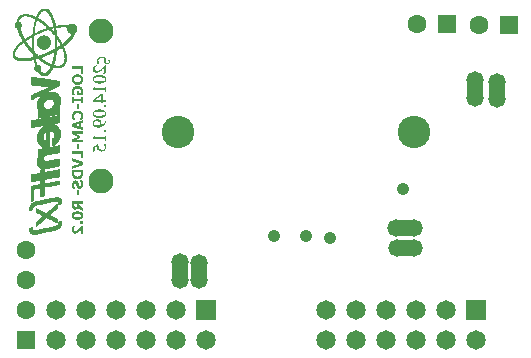
<source format=gbs>
%FSLAX25Y25*%
%MOIN*%
G70*
G01*
G75*
G04 Layer_Color=16711935*
%ADD10C,0.00800*%
%ADD11O,0.01575X0.05331*%
%ADD12O,0.01575X0.06315*%
%ADD13O,0.01575X0.08874*%
%ADD14O,0.01575X0.04331*%
%ADD15O,0.05331X0.01575*%
%ADD16O,0.06315X0.01575*%
%ADD17R,0.02362X0.04724*%
%ADD18R,0.03347X0.03150*%
%ADD19R,0.03150X0.03347*%
%ADD20R,0.06890X0.03937*%
%ADD21R,0.02600X0.03300*%
%ADD22R,0.07874X0.02559*%
%ADD23C,0.00600*%
%ADD24C,0.01400*%
%ADD25C,0.02000*%
%ADD26C,0.10000*%
%ADD27C,0.05500*%
%ADD28R,0.05500X0.05500*%
%ADD29C,0.03300*%
%ADD30R,0.05500X0.05500*%
%ADD31R,0.05700X0.05700*%
%ADD32C,0.05700*%
%ADD33C,0.07480*%
%ADD34C,0.02700*%
%ADD35C,0.05000*%
%ADD36C,0.01000*%
%ADD37R,0.05000X0.02500*%
%ADD38R,0.02500X0.05000*%
%ADD39C,0.01575*%
%ADD40C,0.00984*%
%ADD41C,0.02500*%
%ADD42C,0.01969*%
%ADD43C,0.00787*%
%ADD44O,0.02375X0.06131*%
%ADD45O,0.02375X0.07115*%
%ADD46O,0.02375X0.09674*%
%ADD47O,0.02375X0.05131*%
%ADD48O,0.06131X0.02375*%
%ADD49O,0.07115X0.02375*%
%ADD50R,0.03162X0.05524*%
%ADD51R,0.04147X0.03950*%
%ADD52R,0.03950X0.04147*%
%ADD53R,0.07690X0.04737*%
%ADD54R,0.03400X0.04100*%
%ADD55R,0.08674X0.03359*%
%ADD56C,0.10800*%
%ADD57C,0.06300*%
%ADD58R,0.06300X0.06300*%
%ADD59C,0.04100*%
%ADD60R,0.06300X0.06300*%
%ADD61R,0.06500X0.06500*%
%ADD62C,0.06500*%
%ADD63C,0.08280*%
%ADD64C,0.00100*%
%ADD65R,0.05800X0.06300*%
%ADD66R,0.06300X0.05800*%
%ADD67C,0.05800*%
G36*
X9000Y72348D02*
X8269Y72126D01*
Y70972D01*
X9000Y70750D01*
Y69819D01*
X5386Y71047D01*
Y72034D01*
X9000Y73256D01*
Y72348D01*
D02*
G37*
G36*
X7356Y76391D02*
X7510Y76374D01*
X7652Y76351D01*
X7790Y76323D01*
X7909Y76288D01*
X8024Y76248D01*
X8126Y76203D01*
X8218Y76157D01*
X8303Y76117D01*
X8378Y76071D01*
X8435Y76031D01*
X8486Y75997D01*
X8526Y75968D01*
X8555Y75946D01*
X8572Y75928D01*
X8578Y75923D01*
X8663Y75832D01*
X8737Y75729D01*
X8806Y75626D01*
X8863Y75517D01*
X8909Y75409D01*
X8949Y75300D01*
X8983Y75198D01*
X9006Y75095D01*
X9029Y74998D01*
X9040Y74912D01*
X9051Y74832D01*
X9063Y74764D01*
Y74707D01*
X9069Y74661D01*
Y74638D01*
Y74627D01*
Y74535D01*
X9063Y74455D01*
X9057Y74387D01*
X9051Y74330D01*
Y74284D01*
X9046Y74250D01*
X9040Y74227D01*
Y74221D01*
X9017Y74107D01*
X9006Y74056D01*
X8994Y74004D01*
X8983Y73964D01*
X8971Y73930D01*
X8966Y73907D01*
Y73901D01*
X8931Y73799D01*
X8920Y73759D01*
X8903Y73713D01*
X8891Y73685D01*
X8880Y73656D01*
X8869Y73639D01*
Y73633D01*
X8823Y73542D01*
X8806Y73502D01*
X8789Y73467D01*
X8777Y73439D01*
X8766Y73416D01*
X8760Y73405D01*
Y73399D01*
X7909D01*
Y73485D01*
X7961Y73536D01*
X8006Y73587D01*
X8024Y73610D01*
X8041Y73627D01*
X8046Y73639D01*
X8052Y73645D01*
X8109Y73719D01*
X8155Y73787D01*
X8172Y73816D01*
X8189Y73839D01*
X8195Y73856D01*
X8201Y73861D01*
X8252Y73947D01*
X8292Y74038D01*
X8309Y74079D01*
X8320Y74107D01*
X8332Y74130D01*
Y74136D01*
X8366Y74256D01*
X8378Y74313D01*
X8383Y74364D01*
Y74410D01*
X8389Y74450D01*
Y74472D01*
Y74478D01*
X8378Y74604D01*
X8372Y74661D01*
X8360Y74718D01*
X8349Y74764D01*
X8343Y74798D01*
X8332Y74821D01*
Y74827D01*
X8303Y74889D01*
X8275Y74946D01*
X8241Y74998D01*
X8206Y75043D01*
X8178Y75084D01*
X8155Y75112D01*
X8138Y75129D01*
X8132Y75135D01*
X8075Y75186D01*
X8018Y75232D01*
X7955Y75278D01*
X7898Y75312D01*
X7847Y75340D01*
X7807Y75358D01*
X7778Y75369D01*
X7767Y75375D01*
X7675Y75403D01*
X7584Y75426D01*
X7487Y75437D01*
X7395Y75449D01*
X7321Y75455D01*
X7259Y75460D01*
X7201D01*
X7081Y75455D01*
X6979Y75449D01*
X6882Y75432D01*
X6802Y75415D01*
X6733Y75403D01*
X6682Y75386D01*
X6653Y75380D01*
X6642Y75375D01*
X6556Y75340D01*
X6488Y75306D01*
X6419Y75266D01*
X6368Y75232D01*
X6328Y75198D01*
X6294Y75175D01*
X6276Y75158D01*
X6271Y75152D01*
X6219Y75095D01*
X6174Y75043D01*
X6134Y74986D01*
X6105Y74941D01*
X6082Y74901D01*
X6065Y74872D01*
X6054Y74849D01*
Y74844D01*
X6031Y74781D01*
X6019Y74718D01*
X6008Y74655D01*
X5996Y74604D01*
Y74552D01*
X5991Y74518D01*
Y74490D01*
Y74484D01*
X6002Y74364D01*
X6008Y74313D01*
X6019Y74261D01*
X6031Y74221D01*
X6036Y74193D01*
X6048Y74170D01*
Y74164D01*
X6088Y74056D01*
X6111Y74010D01*
X6134Y73964D01*
X6151Y73930D01*
X6168Y73907D01*
X6174Y73890D01*
X6179Y73884D01*
X6236Y73799D01*
X6259Y73759D01*
X6282Y73725D01*
X6305Y73702D01*
X6322Y73679D01*
X6328Y73667D01*
X6333Y73662D01*
X6391Y73593D01*
X6431Y73542D01*
X6459Y73507D01*
X6470Y73496D01*
Y73399D01*
X5614D01*
X5580Y73473D01*
X5540Y73553D01*
X5528Y73587D01*
X5517Y73616D01*
X5505Y73633D01*
Y73639D01*
X5466Y73742D01*
X5448Y73787D01*
X5431Y73827D01*
X5420Y73861D01*
X5414Y73884D01*
X5408Y73901D01*
Y73907D01*
X5380Y74027D01*
X5368Y74084D01*
X5357Y74130D01*
X5351Y74176D01*
X5346Y74210D01*
X5340Y74233D01*
Y74238D01*
X5323Y74370D01*
X5317Y74438D01*
Y74495D01*
X5311Y74547D01*
Y74592D01*
Y74615D01*
Y74627D01*
X5317Y74775D01*
X5334Y74912D01*
X5357Y75049D01*
X5391Y75169D01*
X5431Y75283D01*
X5471Y75392D01*
X5523Y75489D01*
X5568Y75574D01*
X5614Y75654D01*
X5660Y75723D01*
X5705Y75780D01*
X5745Y75832D01*
X5780Y75866D01*
X5802Y75894D01*
X5819Y75911D01*
X5825Y75917D01*
X5922Y76003D01*
X6031Y76077D01*
X6145Y76140D01*
X6254Y76197D01*
X6373Y76243D01*
X6482Y76277D01*
X6596Y76311D01*
X6705Y76334D01*
X6802Y76357D01*
X6899Y76374D01*
X6979Y76380D01*
X7053Y76391D01*
X7116D01*
X7156Y76397D01*
X7196D01*
X7356Y76391D01*
D02*
G37*
G36*
X7738Y63521D02*
X7070D01*
Y65131D01*
X7738D01*
Y63521D01*
D02*
G37*
G36*
X9000Y68608D02*
X6607D01*
X8149Y67957D01*
Y67335D01*
X6607Y66678D01*
X9000D01*
Y65770D01*
X5386D01*
Y66827D01*
X7173Y67620D01*
X5386Y68420D01*
Y69465D01*
X9000D01*
Y68608D01*
D02*
G37*
G36*
X7356Y84636D02*
X7510Y84619D01*
X7652Y84596D01*
X7790Y84562D01*
X7915Y84528D01*
X8029Y84482D01*
X8132Y84436D01*
X8223Y84391D01*
X8309Y84345D01*
X8378Y84299D01*
X8440Y84254D01*
X8492Y84219D01*
X8532Y84185D01*
X8560Y84162D01*
X8578Y84145D01*
X8583Y84140D01*
X8669Y84042D01*
X8743Y83934D01*
X8812Y83825D01*
X8869Y83711D01*
X8914Y83597D01*
X8954Y83489D01*
X8989Y83374D01*
X9011Y83272D01*
X9034Y83169D01*
X9046Y83077D01*
X9057Y82992D01*
X9069Y82923D01*
Y82860D01*
X9074Y82820D01*
Y82792D01*
Y82780D01*
X9069Y82644D01*
X9057Y82506D01*
X9046Y82381D01*
X9029Y82267D01*
X9011Y82170D01*
X9006Y82130D01*
X8994Y82095D01*
X8989Y82067D01*
Y82050D01*
X8983Y82038D01*
Y82033D01*
X8949Y81896D01*
X8914Y81776D01*
X8880Y81667D01*
X8851Y81576D01*
X8829Y81507D01*
X8812Y81456D01*
X8800Y81422D01*
X8794Y81410D01*
X7013D01*
Y82992D01*
X7692D01*
Y82289D01*
X8406D01*
X8412Y82329D01*
Y82369D01*
Y82398D01*
Y82404D01*
Y82409D01*
Y82455D01*
Y82489D01*
Y82512D01*
Y82518D01*
X8406Y82621D01*
X8400Y82712D01*
X8383Y82803D01*
X8366Y82889D01*
X8343Y82963D01*
X8320Y83038D01*
X8292Y83100D01*
X8263Y83163D01*
X8235Y83214D01*
X8206Y83260D01*
X8184Y83300D01*
X8161Y83334D01*
X8144Y83357D01*
X8126Y83374D01*
X8121Y83386D01*
X8115Y83391D01*
X8052Y83449D01*
X7989Y83494D01*
X7915Y83534D01*
X7841Y83574D01*
X7687Y83631D01*
X7532Y83666D01*
X7464Y83677D01*
X7395Y83688D01*
X7333Y83694D01*
X7281Y83700D01*
X7241Y83706D01*
X7179D01*
X7070Y83700D01*
X6973Y83694D01*
X6882Y83683D01*
X6807Y83666D01*
X6745Y83649D01*
X6699Y83637D01*
X6670Y83631D01*
X6659Y83626D01*
X6579Y83591D01*
X6505Y83551D01*
X6442Y83517D01*
X6385Y83477D01*
X6339Y83449D01*
X6311Y83420D01*
X6288Y83403D01*
X6282Y83397D01*
X6231Y83340D01*
X6185Y83283D01*
X6145Y83226D01*
X6116Y83175D01*
X6088Y83129D01*
X6071Y83095D01*
X6065Y83066D01*
X6059Y83060D01*
X6036Y82986D01*
X6014Y82912D01*
X6002Y82838D01*
X5996Y82775D01*
X5991Y82718D01*
X5985Y82672D01*
Y82644D01*
Y82632D01*
Y82558D01*
X5996Y82489D01*
X6002Y82427D01*
X6014Y82369D01*
X6025Y82324D01*
X6031Y82284D01*
X6042Y82261D01*
Y82255D01*
X6065Y82192D01*
X6088Y82130D01*
X6111Y82078D01*
X6134Y82033D01*
X6151Y81993D01*
X6168Y81964D01*
X6174Y81947D01*
X6179Y81941D01*
X6231Y81855D01*
X6282Y81776D01*
X6305Y81747D01*
X6322Y81724D01*
X6333Y81707D01*
X6339Y81701D01*
X6373Y81656D01*
X6396Y81621D01*
X6425Y81587D01*
X6442Y81559D01*
X6459Y81542D01*
X6465Y81524D01*
X6476Y81513D01*
Y81427D01*
X5631D01*
X5580Y81542D01*
X5534Y81650D01*
X5494Y81753D01*
X5466Y81838D01*
X5437Y81913D01*
X5420Y81970D01*
X5414Y81993D01*
X5408Y82010D01*
X5403Y82015D01*
Y82021D01*
X5374Y82135D01*
X5351Y82255D01*
X5334Y82375D01*
X5323Y82489D01*
X5317Y82592D01*
X5311Y82638D01*
Y82678D01*
Y82706D01*
Y82729D01*
Y82746D01*
Y82752D01*
X5317Y82912D01*
X5334Y83066D01*
X5357Y83209D01*
X5391Y83340D01*
X5431Y83466D01*
X5471Y83580D01*
X5523Y83683D01*
X5568Y83774D01*
X5614Y83860D01*
X5660Y83934D01*
X5705Y83997D01*
X5745Y84048D01*
X5780Y84088D01*
X5802Y84117D01*
X5819Y84134D01*
X5825Y84140D01*
X5922Y84225D01*
X6031Y84305D01*
X6139Y84374D01*
X6254Y84431D01*
X6368Y84476D01*
X6482Y84516D01*
X6596Y84551D01*
X6699Y84579D01*
X6802Y84602D01*
X6893Y84613D01*
X6979Y84625D01*
X7047Y84636D01*
X7110D01*
X7150Y84642D01*
X7190D01*
X7356Y84636D01*
D02*
G37*
G36*
Y88462D02*
X7504Y88445D01*
X7641Y88422D01*
X7772Y88393D01*
X7898Y88359D01*
X8006Y88319D01*
X8109Y88279D01*
X8206Y88234D01*
X8286Y88194D01*
X8360Y88154D01*
X8423Y88114D01*
X8475Y88079D01*
X8515Y88045D01*
X8543Y88022D01*
X8560Y88011D01*
X8566Y88005D01*
X8657Y87914D01*
X8732Y87817D01*
X8800Y87714D01*
X8857Y87606D01*
X8909Y87497D01*
X8949Y87394D01*
X8983Y87286D01*
X9011Y87189D01*
X9034Y87092D01*
X9046Y87006D01*
X9057Y86926D01*
X9069Y86857D01*
Y86800D01*
X9074Y86755D01*
Y86732D01*
Y86720D01*
X9069Y86572D01*
X9051Y86429D01*
X9029Y86298D01*
X8994Y86172D01*
X8960Y86058D01*
X8914Y85955D01*
X8874Y85858D01*
X8823Y85773D01*
X8777Y85693D01*
X8732Y85624D01*
X8692Y85567D01*
X8657Y85521D01*
X8623Y85481D01*
X8600Y85458D01*
X8583Y85441D01*
X8578Y85436D01*
X8480Y85350D01*
X8372Y85281D01*
X8263Y85213D01*
X8149Y85162D01*
X8035Y85116D01*
X7921Y85076D01*
X7807Y85047D01*
X7698Y85019D01*
X7595Y85002D01*
X7498Y84985D01*
X7413Y84979D01*
X7338Y84967D01*
X7281D01*
X7236Y84962D01*
X7196D01*
X7036Y84967D01*
X6887Y84985D01*
X6745Y85007D01*
X6613Y85036D01*
X6488Y85070D01*
X6373Y85110D01*
X6271Y85156D01*
X6179Y85196D01*
X6099Y85242D01*
X6025Y85287D01*
X5962Y85327D01*
X5911Y85361D01*
X5871Y85390D01*
X5842Y85413D01*
X5825Y85430D01*
X5819Y85436D01*
X5728Y85527D01*
X5654Y85624D01*
X5585Y85727D01*
X5528Y85835D01*
X5477Y85938D01*
X5437Y86047D01*
X5403Y86155D01*
X5374Y86252D01*
X5351Y86349D01*
X5340Y86435D01*
X5328Y86515D01*
X5317Y86583D01*
Y86641D01*
X5311Y86686D01*
Y86709D01*
Y86720D01*
X5317Y86869D01*
X5334Y87012D01*
X5357Y87143D01*
X5391Y87263D01*
X5431Y87383D01*
X5471Y87486D01*
X5517Y87583D01*
X5563Y87668D01*
X5614Y87748D01*
X5660Y87811D01*
X5700Y87874D01*
X5740Y87919D01*
X5774Y87954D01*
X5797Y87982D01*
X5814Y87999D01*
X5819Y88005D01*
X5917Y88085D01*
X6025Y88159D01*
X6134Y88222D01*
X6248Y88274D01*
X6362Y88319D01*
X6476Y88354D01*
X6590Y88388D01*
X6699Y88411D01*
X6802Y88428D01*
X6893Y88445D01*
X6979Y88451D01*
X7053Y88462D01*
X7110D01*
X7156Y88468D01*
X7196D01*
X7356Y88462D01*
D02*
G37*
G36*
X7738Y76819D02*
X7070D01*
Y78430D01*
X7738D01*
Y76819D01*
D02*
G37*
G36*
X9000Y78926D02*
X8372D01*
Y79446D01*
X6014D01*
Y78926D01*
X5386D01*
Y80873D01*
X6014D01*
Y80354D01*
X8372D01*
Y80873D01*
X9000D01*
Y78926D01*
D02*
G37*
G36*
Y60472D02*
X8309D01*
Y61979D01*
X5386D01*
Y62887D01*
X9000D01*
Y60472D01*
D02*
G37*
G36*
X7367Y42753D02*
X7521Y42748D01*
X7658Y42736D01*
X7778Y42719D01*
X7829Y42713D01*
X7875Y42708D01*
X7915Y42702D01*
X7949Y42696D01*
X7978Y42691D01*
X7995D01*
X8006Y42685D01*
X8012D01*
X8138Y42651D01*
X8252Y42616D01*
X8349Y42576D01*
X8435Y42537D01*
X8503Y42502D01*
X8555Y42474D01*
X8583Y42451D01*
X8595Y42445D01*
X8680Y42377D01*
X8755Y42308D01*
X8812Y42234D01*
X8863Y42171D01*
X8903Y42108D01*
X8931Y42063D01*
X8949Y42028D01*
X8954Y42017D01*
X8994Y41914D01*
X9023Y41800D01*
X9046Y41691D01*
X9057Y41589D01*
X9069Y41503D01*
Y41463D01*
X9074Y41429D01*
Y41400D01*
Y41383D01*
Y41372D01*
Y41366D01*
X9069Y41229D01*
X9057Y41103D01*
X9034Y40995D01*
X9011Y40898D01*
X8994Y40824D01*
X8971Y40766D01*
X8966Y40749D01*
X8960Y40732D01*
X8954Y40726D01*
Y40721D01*
X8903Y40629D01*
X8846Y40544D01*
X8789Y40469D01*
X8732Y40407D01*
X8680Y40361D01*
X8640Y40321D01*
X8612Y40298D01*
X8600Y40292D01*
X8509Y40235D01*
X8412Y40184D01*
X8315Y40144D01*
X8223Y40110D01*
X8138Y40087D01*
X8075Y40064D01*
X8052Y40058D01*
X8035D01*
X8024Y40053D01*
X8018D01*
X7881Y40024D01*
X7738Y40007D01*
X7601Y39990D01*
X7475Y39984D01*
X7418Y39978D01*
X7361D01*
X7316Y39973D01*
X7196D01*
X7030Y39978D01*
X6876Y39984D01*
X6739Y39996D01*
X6619Y40007D01*
X6567Y40018D01*
X6522Y40024D01*
X6488Y40030D01*
X6453Y40036D01*
X6425Y40041D01*
X6408D01*
X6396Y40047D01*
X6391D01*
X6265Y40081D01*
X6151Y40115D01*
X6054Y40155D01*
X5968Y40195D01*
X5894Y40230D01*
X5842Y40258D01*
X5814Y40281D01*
X5802Y40287D01*
X5717Y40355D01*
X5643Y40424D01*
X5580Y40498D01*
X5528Y40567D01*
X5488Y40629D01*
X5460Y40675D01*
X5443Y40709D01*
X5437Y40715D01*
Y40721D01*
X5397Y40824D01*
X5363Y40932D01*
X5340Y41035D01*
X5328Y41137D01*
X5317Y41229D01*
Y41269D01*
X5311Y41303D01*
Y41326D01*
Y41349D01*
Y41360D01*
Y41366D01*
X5317Y41497D01*
X5328Y41623D01*
X5351Y41731D01*
X5368Y41823D01*
X5391Y41903D01*
X5414Y41960D01*
X5420Y41977D01*
X5426Y41994D01*
X5431Y42000D01*
Y42005D01*
X5483Y42103D01*
X5540Y42188D01*
X5597Y42262D01*
X5654Y42325D01*
X5711Y42371D01*
X5751Y42411D01*
X5780Y42434D01*
X5791Y42439D01*
X5888Y42502D01*
X5985Y42554D01*
X6082Y42599D01*
X6179Y42634D01*
X6259Y42656D01*
X6322Y42674D01*
X6345Y42685D01*
X6362D01*
X6373Y42691D01*
X6379D01*
X6510Y42713D01*
X6647Y42731D01*
X6785Y42742D01*
X6916Y42748D01*
X6973Y42753D01*
X7024D01*
X7076Y42759D01*
X7196D01*
X7367Y42753D01*
D02*
G37*
G36*
X9000Y45277D02*
X7675D01*
Y44958D01*
X9000Y43947D01*
Y42839D01*
X7470Y44061D01*
X7407Y43947D01*
X7338Y43850D01*
X7270Y43764D01*
X7207Y43690D01*
X7150Y43633D01*
X7099Y43593D01*
X7070Y43564D01*
X7059Y43558D01*
X6956Y43496D01*
X6842Y43450D01*
X6727Y43416D01*
X6619Y43393D01*
X6522Y43382D01*
X6482Y43376D01*
X6448Y43370D01*
X6379D01*
X6276Y43376D01*
X6179Y43387D01*
X6099Y43404D01*
X6031Y43427D01*
X5974Y43450D01*
X5934Y43467D01*
X5905Y43479D01*
X5900Y43484D01*
X5831Y43530D01*
X5768Y43581D01*
X5717Y43633D01*
X5671Y43684D01*
X5631Y43730D01*
X5608Y43764D01*
X5591Y43787D01*
X5585Y43798D01*
X5545Y43873D01*
X5511Y43941D01*
X5483Y44010D01*
X5460Y44072D01*
X5443Y44129D01*
X5431Y44170D01*
X5426Y44198D01*
Y44210D01*
X5414Y44295D01*
X5403Y44387D01*
X5397Y44472D01*
X5391Y44558D01*
X5386Y44626D01*
Y44683D01*
Y44706D01*
Y44723D01*
Y44729D01*
Y44735D01*
Y46185D01*
X9000D01*
Y45277D01*
D02*
G37*
G36*
Y35210D02*
X8320D01*
Y36746D01*
X8292Y36707D01*
X8252Y36661D01*
X8178Y36564D01*
X8144Y36518D01*
X8115Y36484D01*
X8092Y36461D01*
X8086Y36450D01*
X7955Y36295D01*
X7886Y36221D01*
X7829Y36158D01*
X7778Y36101D01*
X7732Y36061D01*
X7710Y36033D01*
X7698Y36021D01*
X7567Y35901D01*
X7447Y35799D01*
X7333Y35713D01*
X7236Y35645D01*
X7150Y35587D01*
X7087Y35553D01*
X7064Y35542D01*
X7047Y35530D01*
X7041Y35525D01*
X7036D01*
X6922Y35473D01*
X6807Y35433D01*
X6699Y35410D01*
X6607Y35388D01*
X6528Y35376D01*
X6465Y35370D01*
X6408D01*
X6311Y35376D01*
X6225Y35388D01*
X6139Y35399D01*
X6065Y35422D01*
X5991Y35450D01*
X5922Y35479D01*
X5865Y35507D01*
X5808Y35536D01*
X5762Y35570D01*
X5723Y35599D01*
X5683Y35627D01*
X5654Y35656D01*
X5631Y35679D01*
X5614Y35690D01*
X5608Y35702D01*
X5603Y35707D01*
X5551Y35770D01*
X5505Y35844D01*
X5466Y35919D01*
X5431Y35998D01*
X5380Y36158D01*
X5346Y36318D01*
X5334Y36393D01*
X5328Y36455D01*
X5323Y36518D01*
X5317Y36575D01*
X5311Y36615D01*
Y36649D01*
Y36672D01*
Y36678D01*
X5317Y36792D01*
X5323Y36906D01*
X5334Y37009D01*
X5351Y37106D01*
X5368Y37186D01*
X5380Y37249D01*
X5386Y37272D01*
Y37289D01*
X5391Y37300D01*
Y37306D01*
X5420Y37420D01*
X5448Y37517D01*
X5471Y37597D01*
X5494Y37666D01*
X5511Y37717D01*
X5528Y37751D01*
X5534Y37774D01*
X5540Y37780D01*
X6328D01*
Y37712D01*
X6305Y37677D01*
X6276Y37632D01*
X6254Y37597D01*
X6242Y37592D01*
Y37586D01*
X6202Y37512D01*
X6168Y37443D01*
X6151Y37415D01*
X6145Y37392D01*
X6134Y37375D01*
Y37369D01*
X6094Y37277D01*
X6082Y37238D01*
X6065Y37198D01*
X6054Y37169D01*
X6048Y37146D01*
X6042Y37129D01*
Y37123D01*
X6019Y37026D01*
X6014Y36986D01*
Y36946D01*
X6008Y36912D01*
Y36884D01*
Y36866D01*
Y36861D01*
X6014Y36764D01*
X6031Y36684D01*
X6054Y36610D01*
X6076Y36552D01*
X6099Y36507D01*
X6122Y36472D01*
X6139Y36450D01*
X6145Y36444D01*
X6202Y36393D01*
X6265Y36353D01*
X6328Y36330D01*
X6391Y36307D01*
X6448Y36295D01*
X6493Y36290D01*
X6533D01*
X6613Y36295D01*
X6693Y36307D01*
X6767Y36330D01*
X6836Y36347D01*
X6887Y36370D01*
X6933Y36393D01*
X6956Y36404D01*
X6967Y36410D01*
X7047Y36461D01*
X7133Y36518D01*
X7213Y36581D01*
X7293Y36644D01*
X7361Y36701D01*
X7413Y36746D01*
X7447Y36781D01*
X7453Y36786D01*
X7458Y36792D01*
X7538Y36872D01*
X7618Y36952D01*
X7692Y37032D01*
X7761Y37106D01*
X7824Y37169D01*
X7869Y37220D01*
X7898Y37255D01*
X7904Y37260D01*
X7909Y37266D01*
X8001Y37369D01*
X8092Y37472D01*
X8178Y37574D01*
X8252Y37666D01*
X8320Y37746D01*
X8372Y37809D01*
X8389Y37831D01*
X8406Y37848D01*
X8412Y37860D01*
X8418Y37866D01*
X9000D01*
Y35210D01*
D02*
G37*
G36*
Y38579D02*
X8046D01*
Y39436D01*
X9000D01*
Y38579D01*
D02*
G37*
G36*
Y55561D02*
Y55424D01*
X8994Y55293D01*
X8983Y55173D01*
X8971Y55070D01*
X8966Y54984D01*
X8960Y54944D01*
X8954Y54916D01*
Y54893D01*
X8949Y54876D01*
Y54864D01*
Y54859D01*
X8926Y54733D01*
X8891Y54619D01*
X8851Y54516D01*
X8812Y54425D01*
X8777Y54350D01*
X8743Y54293D01*
X8732Y54270D01*
X8720Y54253D01*
X8715Y54248D01*
Y54242D01*
X8629Y54122D01*
X8532Y54014D01*
X8429Y53917D01*
X8332Y53837D01*
X8241Y53768D01*
X8201Y53745D01*
X8166Y53722D01*
X8144Y53705D01*
X8121Y53694D01*
X8109Y53682D01*
X8104D01*
X7949Y53608D01*
X7795Y53551D01*
X7641Y53511D01*
X7504Y53488D01*
X7441Y53477D01*
X7384Y53471D01*
X7333Y53465D01*
X7287D01*
X7253Y53460D01*
X7201D01*
X7013Y53471D01*
X6836Y53494D01*
X6682Y53528D01*
X6613Y53545D01*
X6545Y53562D01*
X6488Y53585D01*
X6436Y53602D01*
X6396Y53620D01*
X6356Y53637D01*
X6328Y53654D01*
X6305Y53659D01*
X6294Y53671D01*
X6288D01*
X6151Y53757D01*
X6025Y53842D01*
X5922Y53939D01*
X5831Y54025D01*
X5762Y54105D01*
X5711Y54173D01*
X5694Y54196D01*
X5683Y54213D01*
X5671Y54225D01*
Y54230D01*
X5608Y54339D01*
X5557Y54453D01*
X5511Y54556D01*
X5483Y54653D01*
X5460Y54739D01*
X5448Y54801D01*
X5443Y54824D01*
X5437Y54842D01*
Y54853D01*
Y54859D01*
X5408Y55110D01*
X5397Y55230D01*
X5391Y55338D01*
X5386Y55435D01*
Y55475D01*
Y55510D01*
Y55532D01*
Y55555D01*
Y55567D01*
Y55572D01*
Y56691D01*
X9000D01*
Y55561D01*
D02*
G37*
G36*
Y59215D02*
Y58267D01*
X5386Y57023D01*
Y57942D01*
X7841Y58730D01*
X5386Y59518D01*
Y60454D01*
X9000Y59215D01*
D02*
G37*
G36*
X7738Y48275D02*
X7070D01*
Y49885D01*
X7738D01*
Y48275D01*
D02*
G37*
G36*
X8869Y52917D02*
X8903Y52820D01*
X8926Y52729D01*
X8949Y52655D01*
X8966Y52592D01*
X8977Y52569D01*
Y52552D01*
X8983Y52546D01*
Y52540D01*
X9011Y52421D01*
X9029Y52295D01*
X9046Y52175D01*
X9051Y52061D01*
X9057Y51964D01*
X9063Y51918D01*
Y51884D01*
Y51855D01*
Y51832D01*
Y51821D01*
Y51815D01*
X9057Y51684D01*
X9051Y51558D01*
X9034Y51444D01*
X9011Y51336D01*
X8989Y51233D01*
X8960Y51136D01*
X8931Y51050D01*
X8897Y50976D01*
X8869Y50907D01*
X8840Y50845D01*
X8812Y50793D01*
X8789Y50747D01*
X8766Y50719D01*
X8749Y50690D01*
X8743Y50679D01*
X8737Y50673D01*
X8675Y50599D01*
X8606Y50530D01*
X8538Y50473D01*
X8463Y50428D01*
X8395Y50382D01*
X8320Y50348D01*
X8252Y50319D01*
X8184Y50296D01*
X8121Y50279D01*
X8064Y50268D01*
X8012Y50256D01*
X7966Y50251D01*
X7926Y50245D01*
X7875D01*
X7738Y50251D01*
X7624Y50274D01*
X7515Y50302D01*
X7430Y50336D01*
X7361Y50376D01*
X7310Y50405D01*
X7281Y50428D01*
X7270Y50433D01*
X7190Y50508D01*
X7116Y50599D01*
X7053Y50690D01*
X7001Y50776D01*
X6961Y50862D01*
X6927Y50924D01*
X6916Y50953D01*
X6910Y50970D01*
X6904Y50981D01*
Y50987D01*
X6859Y51124D01*
X6842Y51187D01*
X6825Y51244D01*
X6813Y51290D01*
X6802Y51324D01*
X6796Y51347D01*
Y51353D01*
X6767Y51478D01*
X6750Y51535D01*
X6739Y51587D01*
X6733Y51632D01*
X6722Y51673D01*
X6716Y51695D01*
Y51701D01*
X6693Y51798D01*
X6665Y51878D01*
X6642Y51941D01*
X6619Y51992D01*
X6602Y52032D01*
X6585Y52061D01*
X6579Y52072D01*
X6573Y52078D01*
X6539Y52112D01*
X6505Y52135D01*
X6465Y52152D01*
X6431Y52163D01*
X6396Y52169D01*
X6373Y52175D01*
X6351D01*
X6288Y52163D01*
X6231Y52146D01*
X6196Y52129D01*
X6191Y52118D01*
X6185D01*
X6134Y52066D01*
X6099Y52021D01*
X6076Y51981D01*
X6071Y51975D01*
Y51969D01*
X6036Y51895D01*
X6019Y51832D01*
X6008Y51810D01*
Y51792D01*
X6002Y51781D01*
Y51775D01*
X5991Y51701D01*
X5985Y51632D01*
Y51604D01*
Y51581D01*
Y51564D01*
Y51558D01*
X5991Y51444D01*
X6002Y51336D01*
X6025Y51233D01*
X6042Y51147D01*
X6065Y51073D01*
X6088Y51016D01*
X6094Y50993D01*
X6099Y50976D01*
X6105Y50970D01*
Y50964D01*
X6151Y50862D01*
X6202Y50765D01*
X6248Y50679D01*
X6294Y50610D01*
X6333Y50553D01*
X6362Y50508D01*
X6385Y50485D01*
X6391Y50473D01*
Y50388D01*
X5568D01*
X5528Y50485D01*
X5494Y50587D01*
X5460Y50685D01*
X5437Y50770D01*
X5420Y50850D01*
X5403Y50913D01*
X5397Y50936D01*
X5391Y50947D01*
Y50959D01*
Y50964D01*
X5368Y51084D01*
X5351Y51199D01*
X5340Y51307D01*
X5328Y51404D01*
Y51484D01*
X5323Y51547D01*
Y51570D01*
Y51587D01*
Y51598D01*
Y51604D01*
X5328Y51724D01*
X5334Y51832D01*
X5351Y51941D01*
X5374Y52038D01*
X5397Y52135D01*
X5420Y52221D01*
X5448Y52306D01*
X5477Y52375D01*
X5511Y52443D01*
X5540Y52500D01*
X5563Y52552D01*
X5585Y52592D01*
X5608Y52626D01*
X5625Y52655D01*
X5631Y52666D01*
X5637Y52672D01*
X5700Y52746D01*
X5762Y52814D01*
X5831Y52872D01*
X5900Y52917D01*
X5968Y52963D01*
X6036Y52997D01*
X6099Y53026D01*
X6168Y53049D01*
X6225Y53066D01*
X6282Y53077D01*
X6333Y53088D01*
X6373Y53094D01*
X6408D01*
X6436Y53100D01*
X6459D01*
X6596Y53094D01*
X6716Y53071D01*
X6825Y53043D01*
X6916Y53009D01*
X6990Y52980D01*
X7041Y52952D01*
X7076Y52929D01*
X7081Y52923D01*
X7087D01*
X7173Y52843D01*
X7253Y52752D01*
X7321Y52649D01*
X7378Y52552D01*
X7418Y52460D01*
X7441Y52421D01*
X7453Y52386D01*
X7464Y52358D01*
X7475Y52335D01*
X7481Y52323D01*
Y52318D01*
X7527Y52181D01*
X7544Y52112D01*
X7561Y52055D01*
X7572Y52004D01*
X7584Y51964D01*
X7590Y51941D01*
Y51929D01*
X7607Y51850D01*
X7624Y51781D01*
X7641Y51712D01*
X7652Y51655D01*
X7664Y51604D01*
X7675Y51570D01*
X7681Y51541D01*
Y51535D01*
X7715Y51433D01*
X7738Y51387D01*
X7761Y51353D01*
X7778Y51318D01*
X7795Y51296D01*
X7801Y51284D01*
X7807Y51279D01*
X7841Y51244D01*
X7875Y51216D01*
X7915Y51199D01*
X7949Y51181D01*
X7978Y51176D01*
X8001Y51170D01*
X8064D01*
X8104Y51181D01*
X8166Y51204D01*
X8189Y51216D01*
X8206Y51227D01*
X8212Y51233D01*
X8218Y51239D01*
X8269Y51290D01*
X8303Y51341D01*
X8315Y51364D01*
X8326Y51381D01*
X8332Y51393D01*
Y51398D01*
X8355Y51461D01*
X8378Y51530D01*
X8383Y51558D01*
Y51581D01*
X8389Y51598D01*
Y51604D01*
X8395Y51690D01*
Y51724D01*
X8400Y51752D01*
Y51775D01*
Y51792D01*
Y51804D01*
Y51810D01*
X8395Y51924D01*
X8383Y52038D01*
X8360Y52146D01*
X8338Y52243D01*
X8320Y52323D01*
X8298Y52386D01*
X8292Y52409D01*
X8286Y52426D01*
X8281Y52438D01*
Y52443D01*
X8229Y52563D01*
X8172Y52672D01*
X8115Y52775D01*
X8058Y52866D01*
X8006Y52940D01*
X7966Y52997D01*
X7949Y53014D01*
X7938Y53031D01*
X7926Y53037D01*
Y53043D01*
Y53123D01*
X8789D01*
X8869Y52917D01*
D02*
G37*
G36*
X15581Y80055D02*
X16700D01*
Y79401D01*
X15581D01*
Y78830D01*
X15011D01*
Y79401D01*
X12256D01*
Y79857D01*
X15102Y81844D01*
X15581D01*
Y80055D01*
D02*
G37*
G36*
X16441Y78214D02*
X16502Y78206D01*
X16548Y78183D01*
X16593Y78160D01*
X16632Y78145D01*
X16654Y78122D01*
X16670Y78115D01*
X16677Y78107D01*
X16715Y78061D01*
X16746Y78008D01*
X16761Y77962D01*
X16776Y77909D01*
X16784Y77871D01*
X16791Y77841D01*
Y77818D01*
Y77810D01*
X16784Y77749D01*
X16776Y77688D01*
X16753Y77643D01*
X16730Y77597D01*
X16715Y77559D01*
X16692Y77536D01*
X16685Y77521D01*
X16677Y77513D01*
X16632Y77475D01*
X16578Y77445D01*
X16533Y77422D01*
X16479Y77407D01*
X16441Y77399D01*
X16411Y77392D01*
X16380D01*
X16319Y77399D01*
X16266Y77407D01*
X16213Y77430D01*
X16175Y77452D01*
X16137Y77475D01*
X16114Y77491D01*
X16099Y77506D01*
X16091Y77513D01*
X16053Y77559D01*
X16023Y77612D01*
X16000Y77658D01*
X15985Y77704D01*
X15977Y77749D01*
X15969Y77780D01*
Y77803D01*
Y77810D01*
X15977Y77871D01*
X15985Y77932D01*
X16007Y77978D01*
X16030Y78023D01*
X16053Y78061D01*
X16068Y78084D01*
X16084Y78099D01*
X16091Y78107D01*
X16137Y78145D01*
X16190Y78175D01*
X16236Y78191D01*
X16282Y78206D01*
X16319Y78214D01*
X16350Y78221D01*
X16380D01*
X16441Y78214D01*
D02*
G37*
G36*
X14714Y76798D02*
X14866Y76790D01*
X15011Y76775D01*
X15148Y76752D01*
X15277Y76730D01*
X15399Y76699D01*
X15513Y76669D01*
X15619Y76631D01*
X15711Y76600D01*
X15794Y76570D01*
X15870Y76539D01*
X15924Y76516D01*
X15977Y76494D01*
X16007Y76478D01*
X16030Y76463D01*
X16038D01*
X16167Y76380D01*
X16282Y76296D01*
X16380Y76205D01*
X16472Y76113D01*
X16540Y76022D01*
X16601Y75938D01*
X16654Y75847D01*
X16692Y75763D01*
X16723Y75687D01*
X16746Y75618D01*
X16761Y75550D01*
X16769Y75497D01*
X16776Y75451D01*
X16784Y75421D01*
Y75398D01*
Y75390D01*
X16776Y75269D01*
X16746Y75147D01*
X16708Y75033D01*
X16662Y74934D01*
X16616Y74842D01*
X16578Y74781D01*
X16548Y74736D01*
X16540Y74721D01*
X16434Y74599D01*
X16319Y74485D01*
X16190Y74386D01*
X16061Y74302D01*
X15947Y74241D01*
X15893Y74211D01*
X15848Y74188D01*
X15817Y74173D01*
X15787Y74157D01*
X15772Y74150D01*
X15764D01*
X15559Y74074D01*
X15338Y74020D01*
X15125Y73982D01*
X14927Y73959D01*
X14836Y73944D01*
X14752Y73937D01*
X14676D01*
X14607Y73929D01*
X14485D01*
X14288Y73937D01*
X14105Y73952D01*
X13930Y73975D01*
X13762Y74005D01*
X13618Y74043D01*
X13473Y74089D01*
X13344Y74135D01*
X13230Y74180D01*
X13131Y74226D01*
X13040Y74272D01*
X12964Y74317D01*
X12895Y74355D01*
X12849Y74386D01*
X12811Y74409D01*
X12788Y74424D01*
X12781Y74431D01*
X12689Y74507D01*
X12606Y74584D01*
X12537Y74667D01*
X12476Y74743D01*
X12423Y74827D01*
X12385Y74903D01*
X12347Y74979D01*
X12324Y75048D01*
X12286Y75169D01*
X12271Y75223D01*
X12263Y75269D01*
X12256Y75306D01*
Y75337D01*
Y75352D01*
Y75360D01*
X12263Y75459D01*
X12279Y75550D01*
X12301Y75634D01*
X12332Y75717D01*
X12362Y75778D01*
X12385Y75832D01*
X12400Y75862D01*
X12408Y75877D01*
X12469Y75969D01*
X12530Y76052D01*
X12598Y76128D01*
X12667Y76197D01*
X12720Y76250D01*
X12766Y76288D01*
X12796Y76311D01*
X12811Y76319D01*
X12941Y76410D01*
X13078Y76486D01*
X13207Y76547D01*
X13329Y76600D01*
X13443Y76638D01*
X13527Y76669D01*
X13557Y76676D01*
X13580Y76684D01*
X13595Y76692D01*
X13603D01*
X13778Y76730D01*
X13945Y76760D01*
X14105Y76775D01*
X14250Y76790D01*
X14371Y76798D01*
X14425Y76806D01*
X14554D01*
X14714Y76798D01*
D02*
G37*
G36*
X12986Y84385D02*
X12956Y84294D01*
X12933Y84218D01*
X12918Y84157D01*
X12903Y84111D01*
Y84081D01*
X12895Y84050D01*
Y84043D01*
Y84035D01*
X12903Y83997D01*
X12910Y83959D01*
X12918Y83944D01*
X12925Y83936D01*
X12956Y83913D01*
X12986Y83891D01*
X13017Y83883D01*
X13032Y83875D01*
X13093Y83868D01*
X13177Y83860D01*
X13268Y83852D01*
X13367Y83845D01*
X16106D01*
X16175Y83852D01*
X16228D01*
X16266Y83860D01*
X16289D01*
X16304Y83868D01*
X16358Y83898D01*
X16388Y83929D01*
X16411Y83959D01*
X16418Y83974D01*
X16434Y84012D01*
X16441Y84066D01*
X16449Y84134D01*
X16456Y84203D01*
Y84271D01*
X16464Y84324D01*
Y84362D01*
Y84370D01*
Y84378D01*
X16700D01*
Y82658D01*
X16464D01*
X16456Y82772D01*
Y82871D01*
X16449Y82939D01*
X16441Y82993D01*
X16434Y83031D01*
X16426Y83061D01*
X16418Y83069D01*
Y83076D01*
X16388Y83122D01*
X16350Y83145D01*
X16319Y83160D01*
X16312Y83168D01*
X16274Y83175D01*
X16213Y83183D01*
X16145D01*
X16068Y83191D01*
X12256D01*
Y83381D01*
X12796Y84461D01*
X12986Y84385D01*
D02*
G37*
G36*
X15619Y94392D02*
X15718Y94385D01*
X15909Y94347D01*
X16068Y94293D01*
X16198Y94233D01*
X16304Y94172D01*
X16388Y94118D01*
X16411Y94096D01*
X16434Y94080D01*
X16441Y94065D01*
X16449D01*
X16510Y93997D01*
X16563Y93936D01*
X16647Y93791D01*
X16708Y93654D01*
X16746Y93517D01*
X16776Y93396D01*
X16784Y93350D01*
Y93304D01*
X16791Y93266D01*
Y93243D01*
Y93228D01*
Y93221D01*
X16784Y93084D01*
X16776Y93007D01*
X16769Y92946D01*
Y92886D01*
X16761Y92840D01*
X16753Y92809D01*
Y92802D01*
X16746Y92741D01*
X16738Y92680D01*
Y92634D01*
X16730Y92596D01*
Y92566D01*
Y92543D01*
Y92536D01*
Y92528D01*
Y92475D01*
X16746Y92429D01*
X16769Y92361D01*
X16799Y92315D01*
X16806Y92300D01*
X16814D01*
X16852Y92269D01*
X16890Y92246D01*
X16974Y92216D01*
X17012D01*
X17042Y92208D01*
X17073D01*
X17157Y92216D01*
X17225Y92224D01*
X17286Y92246D01*
X17339Y92269D01*
X17377Y92292D01*
X17408Y92307D01*
X17423Y92322D01*
X17431Y92330D01*
X17476Y92376D01*
X17507Y92429D01*
X17529Y92475D01*
X17545Y92520D01*
X17552Y92566D01*
X17560Y92596D01*
Y92619D01*
Y92627D01*
X17552Y92711D01*
X17537Y92794D01*
Y92825D01*
X17529Y92855D01*
X17522Y92870D01*
Y92878D01*
X17499Y92969D01*
X17491Y93038D01*
X17484Y93084D01*
Y93091D01*
Y93099D01*
X17499Y93175D01*
X17522Y93243D01*
X17545Y93281D01*
X17560Y93289D01*
Y93297D01*
X17590Y93327D01*
X17628Y93342D01*
X17689Y93373D01*
X17735Y93380D01*
X17750D01*
X17796Y93373D01*
X17842Y93365D01*
X17902Y93335D01*
X17940Y93312D01*
X17956Y93297D01*
X18001Y93236D01*
X18032Y93167D01*
X18055Y93099D01*
X18070Y93030D01*
X18077Y92977D01*
X18085Y92924D01*
Y92893D01*
Y92886D01*
X18070Y92733D01*
X18032Y92589D01*
X17986Y92467D01*
X17925Y92361D01*
X17864Y92277D01*
X17819Y92208D01*
X17781Y92170D01*
X17765Y92155D01*
X17636Y92056D01*
X17507Y91980D01*
X17370Y91927D01*
X17240Y91889D01*
X17126Y91866D01*
X17073Y91858D01*
X17035D01*
X16997Y91851D01*
X16951D01*
X16799Y91858D01*
X16670Y91881D01*
X16563Y91919D01*
X16464Y91957D01*
X16396Y92003D01*
X16342Y92033D01*
X16304Y92064D01*
X16297Y92071D01*
X16213Y92155D01*
X16152Y92246D01*
X16114Y92345D01*
X16084Y92429D01*
X16068Y92513D01*
X16053Y92574D01*
Y92619D01*
Y92627D01*
Y92634D01*
Y92688D01*
Y92741D01*
X16061Y92855D01*
X16068Y92908D01*
Y92946D01*
X16076Y92977D01*
Y92984D01*
X16084Y93061D01*
X16091Y93137D01*
Y93205D01*
X16099Y93259D01*
Y93304D01*
Y93335D01*
Y93357D01*
Y93365D01*
X16091Y93472D01*
X16068Y93563D01*
X16038Y93647D01*
X16000Y93715D01*
X15969Y93776D01*
X15939Y93814D01*
X15916Y93844D01*
X15909Y93852D01*
X15833Y93913D01*
X15749Y93959D01*
X15665Y93997D01*
X15589Y94020D01*
X15520Y94035D01*
X15467Y94042D01*
X15421D01*
X15307Y94035D01*
X15193Y94020D01*
X15087Y93997D01*
X14988Y93966D01*
X14912Y93943D01*
X14843Y93921D01*
X14805Y93905D01*
X14790Y93898D01*
X14676Y93837D01*
X14569Y93776D01*
X14485Y93715D01*
X14417Y93654D01*
X14371Y93601D01*
X14333Y93563D01*
X14311Y93533D01*
X14303Y93525D01*
X14250Y93441D01*
X14211Y93350D01*
X14189Y93274D01*
X14166Y93198D01*
X14158Y93137D01*
X14151Y93091D01*
Y93053D01*
Y93045D01*
Y92984D01*
X14166Y92916D01*
X14196Y92779D01*
X14211Y92718D01*
X14227Y92672D01*
X14234Y92642D01*
X14242Y92627D01*
X14272Y92528D01*
X14295Y92444D01*
X14311Y92376D01*
X14318Y92315D01*
X14326Y92277D01*
X14333Y92239D01*
Y92224D01*
Y92216D01*
X14318Y92125D01*
X14295Y92049D01*
X14272Y92003D01*
X14257Y91995D01*
Y91988D01*
X14227Y91957D01*
X14189Y91934D01*
X14120Y91904D01*
X14090D01*
X14067Y91896D01*
X14044D01*
X13983Y91904D01*
X13930Y91919D01*
X13877Y91950D01*
X13839Y91980D01*
X13801Y92010D01*
X13778Y92041D01*
X13762Y92056D01*
X13755Y92064D01*
X13709Y92132D01*
X13679Y92216D01*
X13656Y92307D01*
X13641Y92399D01*
X13633Y92475D01*
X13626Y92543D01*
Y92589D01*
Y92596D01*
Y92604D01*
X13633Y92741D01*
X13641Y92870D01*
X13664Y92992D01*
X13686Y93106D01*
X13717Y93213D01*
X13755Y93312D01*
X13793Y93403D01*
X13831Y93487D01*
X13869Y93555D01*
X13907Y93616D01*
X13938Y93669D01*
X13976Y93715D01*
X13998Y93753D01*
X14021Y93776D01*
X14029Y93791D01*
X14037Y93799D01*
X14151Y93905D01*
X14265Y93997D01*
X14387Y94080D01*
X14508Y94149D01*
X14630Y94202D01*
X14752Y94255D01*
X14874Y94293D01*
X14988Y94324D01*
X15094Y94347D01*
X15193Y94370D01*
X15284Y94385D01*
X15361Y94392D01*
X15421D01*
X15475Y94400D01*
X15513D01*
X15619Y94392D01*
D02*
G37*
G36*
X16700Y89012D02*
X15756Y88692D01*
Y88921D01*
X15833Y88967D01*
X15893Y89012D01*
X15939Y89058D01*
X15977Y89103D01*
X16007Y89141D01*
X16023Y89172D01*
X16038Y89187D01*
Y89195D01*
X16061Y89263D01*
X16076Y89355D01*
X16084Y89446D01*
X16091Y89545D01*
X16099Y89644D01*
Y89720D01*
Y89743D01*
Y89766D01*
Y89781D01*
Y89788D01*
Y90823D01*
X16076Y90785D01*
X16038Y90732D01*
X15992Y90671D01*
X15931Y90603D01*
X15863Y90526D01*
X15787Y90450D01*
X15627Y90291D01*
X15467Y90138D01*
X15399Y90070D01*
X15330Y90009D01*
X15277Y89956D01*
X15239Y89918D01*
X15208Y89895D01*
X15201Y89887D01*
X14988Y89697D01*
X14775Y89537D01*
X14584Y89408D01*
X14409Y89301D01*
X14333Y89256D01*
X14265Y89218D01*
X14204Y89187D01*
X14151Y89157D01*
X14105Y89134D01*
X14074Y89119D01*
X14059Y89111D01*
X14052D01*
X13945Y89058D01*
X13839Y89020D01*
X13732Y88989D01*
X13641Y88974D01*
X13557Y88959D01*
X13489Y88951D01*
X13435D01*
X13344Y88959D01*
X13260Y88967D01*
X13101Y89004D01*
X12964Y89065D01*
X12842Y89134D01*
X12743Y89202D01*
X12667Y89256D01*
X12621Y89301D01*
X12613Y89309D01*
X12606Y89316D01*
X12545Y89385D01*
X12492Y89461D01*
X12400Y89613D01*
X12340Y89766D01*
X12301Y89910D01*
X12271Y90039D01*
X12263Y90093D01*
Y90138D01*
X12256Y90176D01*
Y90207D01*
Y90222D01*
Y90230D01*
Y90321D01*
X12271Y90412D01*
X12309Y90580D01*
X12362Y90724D01*
X12416Y90846D01*
X12476Y90945D01*
X12530Y91021D01*
X12568Y91067D01*
X12575Y91074D01*
X12583Y91082D01*
X12652Y91143D01*
X12720Y91196D01*
X12880Y91295D01*
X13040Y91364D01*
X13207Y91417D01*
X13352Y91455D01*
X13412Y91470D01*
X13473Y91485D01*
X13519Y91493D01*
X13550D01*
X13572Y91501D01*
X13580D01*
Y91272D01*
X13451Y91219D01*
X13336Y91158D01*
X13245Y91105D01*
X13169Y91044D01*
X13116Y90991D01*
X13070Y90953D01*
X13047Y90922D01*
X13040Y90915D01*
X12979Y90823D01*
X12941Y90740D01*
X12910Y90648D01*
X12887Y90565D01*
X12872Y90496D01*
X12865Y90443D01*
Y90405D01*
Y90390D01*
X12872Y90275D01*
X12903Y90176D01*
X12941Y90078D01*
X12986Y90001D01*
X13032Y89941D01*
X13070Y89887D01*
X13101Y89857D01*
X13108Y89849D01*
X13199Y89773D01*
X13306Y89720D01*
X13405Y89674D01*
X13504Y89651D01*
X13588Y89636D01*
X13656Y89621D01*
X13717D01*
X13869Y89636D01*
X14021Y89667D01*
X14166Y89705D01*
X14303Y89758D01*
X14409Y89811D01*
X14463Y89834D01*
X14501Y89849D01*
X14531Y89872D01*
X14554Y89880D01*
X14569Y89895D01*
X14577D01*
X14721Y89986D01*
X14866Y90093D01*
X15026Y90215D01*
X15186Y90344D01*
X15498Y90633D01*
X15657Y90778D01*
X15802Y90922D01*
X15939Y91059D01*
X16068Y91189D01*
X16183Y91310D01*
X16282Y91417D01*
X16365Y91501D01*
X16426Y91569D01*
X16464Y91607D01*
X16479Y91622D01*
X16700D01*
Y89012D01*
D02*
G37*
G36*
X14714Y88251D02*
X14866Y88244D01*
X15011Y88228D01*
X15148Y88205D01*
X15277Y88183D01*
X15399Y88152D01*
X15513Y88122D01*
X15619Y88084D01*
X15711Y88053D01*
X15794Y88023D01*
X15870Y87992D01*
X15924Y87970D01*
X15977Y87947D01*
X16007Y87932D01*
X16030Y87916D01*
X16038D01*
X16167Y87833D01*
X16282Y87749D01*
X16380Y87657D01*
X16472Y87566D01*
X16540Y87475D01*
X16601Y87391D01*
X16654Y87300D01*
X16692Y87216D01*
X16723Y87140D01*
X16746Y87072D01*
X16761Y87003D01*
X16769Y86950D01*
X16776Y86904D01*
X16784Y86874D01*
Y86851D01*
Y86843D01*
X16776Y86721D01*
X16746Y86600D01*
X16708Y86486D01*
X16662Y86387D01*
X16616Y86295D01*
X16578Y86234D01*
X16548Y86189D01*
X16540Y86174D01*
X16434Y86052D01*
X16319Y85938D01*
X16190Y85839D01*
X16061Y85755D01*
X15947Y85694D01*
X15893Y85664D01*
X15848Y85641D01*
X15817Y85626D01*
X15787Y85611D01*
X15772Y85603D01*
X15764D01*
X15559Y85527D01*
X15338Y85474D01*
X15125Y85435D01*
X14927Y85413D01*
X14836Y85397D01*
X14752Y85390D01*
X14676D01*
X14607Y85382D01*
X14485D01*
X14288Y85390D01*
X14105Y85405D01*
X13930Y85428D01*
X13762Y85458D01*
X13618Y85496D01*
X13473Y85542D01*
X13344Y85588D01*
X13230Y85633D01*
X13131Y85679D01*
X13040Y85725D01*
X12964Y85770D01*
X12895Y85808D01*
X12849Y85839D01*
X12811Y85862D01*
X12788Y85877D01*
X12781Y85884D01*
X12689Y85961D01*
X12606Y86037D01*
X12537Y86120D01*
X12476Y86196D01*
X12423Y86280D01*
X12385Y86356D01*
X12347Y86432D01*
X12324Y86501D01*
X12286Y86623D01*
X12271Y86676D01*
X12263Y86721D01*
X12256Y86760D01*
Y86790D01*
Y86805D01*
Y86813D01*
X12263Y86912D01*
X12279Y87003D01*
X12301Y87087D01*
X12332Y87170D01*
X12362Y87231D01*
X12385Y87285D01*
X12400Y87315D01*
X12408Y87330D01*
X12469Y87422D01*
X12530Y87505D01*
X12598Y87581D01*
X12667Y87650D01*
X12720Y87703D01*
X12766Y87741D01*
X12796Y87764D01*
X12811Y87772D01*
X12941Y87863D01*
X13078Y87939D01*
X13207Y88000D01*
X13329Y88053D01*
X13443Y88091D01*
X13527Y88122D01*
X13557Y88129D01*
X13580Y88137D01*
X13595Y88145D01*
X13603D01*
X13778Y88183D01*
X13945Y88213D01*
X14105Y88228D01*
X14250Y88244D01*
X14371Y88251D01*
X14425Y88259D01*
X14554D01*
X14714Y88251D01*
D02*
G37*
G36*
X16373Y65269D02*
X16434Y65246D01*
X16495Y65216D01*
X16540Y65178D01*
X16586Y65147D01*
X16616Y65117D01*
X16632Y65094D01*
X16639Y65086D01*
X16685Y65003D01*
X16723Y64911D01*
X16746Y64812D01*
X16769Y64713D01*
X16776Y64622D01*
X16784Y64554D01*
Y64523D01*
Y64500D01*
Y64493D01*
Y64485D01*
X16776Y64325D01*
X16746Y64166D01*
X16715Y64021D01*
X16670Y63899D01*
X16632Y63785D01*
X16593Y63701D01*
X16586Y63671D01*
X16571Y63648D01*
X16563Y63640D01*
Y63633D01*
X16472Y63481D01*
X16365Y63351D01*
X16266Y63237D01*
X16167Y63138D01*
X16076Y63070D01*
X16007Y63016D01*
X15977Y62994D01*
X15954Y62978D01*
X15947Y62971D01*
X15939D01*
X15787Y62895D01*
X15642Y62834D01*
X15505Y62796D01*
X15376Y62765D01*
X15269Y62750D01*
X15193Y62735D01*
X15117D01*
X15011Y62742D01*
X14904Y62758D01*
X14797Y62780D01*
X14699Y62811D01*
X14516Y62887D01*
X14356Y62971D01*
X14288Y63016D01*
X14227Y63054D01*
X14174Y63100D01*
X14128Y63130D01*
X14090Y63161D01*
X14067Y63184D01*
X14052Y63199D01*
X14044Y63207D01*
X13960Y63298D01*
X13884Y63397D01*
X13808Y63496D01*
X13747Y63602D01*
X13648Y63815D01*
X13565Y64013D01*
X13534Y64105D01*
X13511Y64196D01*
X13489Y64272D01*
X13473Y64341D01*
X13466Y64394D01*
X13458Y64432D01*
X13451Y64462D01*
Y64470D01*
X13002Y64219D01*
Y62940D01*
X12340Y62666D01*
Y64302D01*
X14113Y65140D01*
X14120Y64957D01*
X14135Y64789D01*
X14158Y64653D01*
X14174Y64538D01*
X14189Y64447D01*
X14204Y64386D01*
X14211Y64348D01*
X14219Y64333D01*
X14257Y64226D01*
X14295Y64135D01*
X14341Y64044D01*
X14379Y63968D01*
X14417Y63899D01*
X14447Y63854D01*
X14470Y63815D01*
X14478Y63808D01*
X14546Y63724D01*
X14615Y63640D01*
X14683Y63579D01*
X14752Y63519D01*
X14813Y63481D01*
X14858Y63442D01*
X14889Y63427D01*
X14896Y63420D01*
X14988Y63374D01*
X15087Y63336D01*
X15170Y63313D01*
X15254Y63290D01*
X15330Y63283D01*
X15383Y63275D01*
X15437D01*
X15574Y63283D01*
X15696Y63313D01*
X15802Y63359D01*
X15893Y63405D01*
X15969Y63450D01*
X16023Y63496D01*
X16053Y63526D01*
X16068Y63534D01*
X16152Y63633D01*
X16213Y63739D01*
X16259Y63838D01*
X16289Y63930D01*
X16304Y64013D01*
X16312Y64074D01*
X16319Y64120D01*
Y64127D01*
Y64135D01*
X16312Y64211D01*
X16297Y64295D01*
X16274Y64363D01*
X16243Y64432D01*
X16221Y64485D01*
X16198Y64531D01*
X16183Y64561D01*
X16175Y64569D01*
X16106Y64668D01*
X16068Y64736D01*
X16046Y64782D01*
X16038Y64797D01*
X16023Y64850D01*
X16007Y64904D01*
Y64942D01*
Y64949D01*
Y64957D01*
Y65010D01*
X16023Y65056D01*
X16053Y65132D01*
X16068Y65155D01*
X16084Y65178D01*
X16091Y65185D01*
X16099Y65193D01*
X16129Y65223D01*
X16167Y65238D01*
X16236Y65269D01*
X16259D01*
X16282Y65276D01*
X16304D01*
X16373Y65269D01*
D02*
G37*
G36*
X16441Y70033D02*
X16502Y70025D01*
X16548Y70002D01*
X16593Y69980D01*
X16632Y69964D01*
X16654Y69942D01*
X16670Y69934D01*
X16677Y69926D01*
X16715Y69881D01*
X16746Y69827D01*
X16761Y69782D01*
X16776Y69728D01*
X16784Y69690D01*
X16791Y69660D01*
Y69637D01*
Y69629D01*
X16784Y69569D01*
X16776Y69508D01*
X16753Y69462D01*
X16730Y69416D01*
X16715Y69378D01*
X16692Y69355D01*
X16685Y69340D01*
X16677Y69333D01*
X16632Y69295D01*
X16578Y69264D01*
X16533Y69241D01*
X16479Y69226D01*
X16441Y69218D01*
X16411Y69211D01*
X16380D01*
X16319Y69218D01*
X16266Y69226D01*
X16213Y69249D01*
X16175Y69272D01*
X16137Y69295D01*
X16114Y69310D01*
X16099Y69325D01*
X16091Y69333D01*
X16053Y69378D01*
X16023Y69432D01*
X16000Y69477D01*
X15985Y69523D01*
X15977Y69569D01*
X15969Y69599D01*
Y69622D01*
Y69629D01*
X15977Y69690D01*
X15985Y69751D01*
X16007Y69797D01*
X16030Y69842D01*
X16053Y69881D01*
X16068Y69903D01*
X16084Y69919D01*
X16091Y69926D01*
X16137Y69964D01*
X16190Y69995D01*
X16236Y70010D01*
X16282Y70025D01*
X16319Y70033D01*
X16350Y70040D01*
X16380D01*
X16441Y70033D01*
D02*
G37*
G36*
X9000Y88685D02*
X8309D01*
Y90192D01*
X5386D01*
Y91100D01*
X9000D01*
Y88685D01*
D02*
G37*
G36*
X12986Y68024D02*
X12956Y67932D01*
X12933Y67856D01*
X12918Y67795D01*
X12903Y67750D01*
Y67719D01*
X12895Y67689D01*
Y67681D01*
Y67674D01*
X12903Y67636D01*
X12910Y67598D01*
X12918Y67582D01*
X12925Y67575D01*
X12956Y67552D01*
X12986Y67529D01*
X13017Y67522D01*
X13032Y67514D01*
X13093Y67506D01*
X13177Y67499D01*
X13268Y67491D01*
X13367Y67483D01*
X16106D01*
X16175Y67491D01*
X16228D01*
X16266Y67499D01*
X16289D01*
X16304Y67506D01*
X16358Y67537D01*
X16388Y67567D01*
X16411Y67598D01*
X16418Y67613D01*
X16434Y67651D01*
X16441Y67704D01*
X16449Y67773D01*
X16456Y67841D01*
Y67910D01*
X16464Y67963D01*
Y68001D01*
Y68009D01*
Y68016D01*
X16700D01*
Y66296D01*
X16464D01*
X16456Y66410D01*
Y66509D01*
X16449Y66578D01*
X16441Y66631D01*
X16434Y66669D01*
X16426Y66700D01*
X16418Y66707D01*
Y66715D01*
X16388Y66760D01*
X16350Y66783D01*
X16319Y66799D01*
X16312Y66806D01*
X16274Y66814D01*
X16213Y66821D01*
X16145D01*
X16068Y66829D01*
X12256D01*
Y67019D01*
X12796Y68100D01*
X12986Y68024D01*
D02*
G37*
G36*
X13938Y73503D02*
X14044Y73495D01*
X14234Y73457D01*
X14402Y73404D01*
X14539Y73343D01*
X14653Y73282D01*
X14691Y73252D01*
X14729Y73229D01*
X14760Y73206D01*
X14782Y73191D01*
X14790Y73176D01*
X14797D01*
X14858Y73115D01*
X14919Y73046D01*
X15011Y72909D01*
X15071Y72772D01*
X15117Y72643D01*
X15140Y72529D01*
X15155Y72438D01*
X15163Y72407D01*
Y72384D01*
Y72369D01*
Y72361D01*
X15148Y72202D01*
X15140Y72126D01*
X15125Y72057D01*
X15110Y72004D01*
X15102Y71958D01*
X15087Y71928D01*
Y71920D01*
X15049Y71836D01*
X15011Y71768D01*
X14973Y71699D01*
X14934Y71646D01*
X14904Y71608D01*
X14874Y71570D01*
X14858Y71555D01*
X14851Y71547D01*
X15018Y71600D01*
X15186Y71669D01*
X15338Y71737D01*
X15475Y71813D01*
X15589Y71882D01*
X15635Y71912D01*
X15680Y71935D01*
X15711Y71958D01*
X15733Y71973D01*
X15749Y71981D01*
X15756Y71988D01*
X15909Y72110D01*
X16038Y72224D01*
X16145Y72339D01*
X16228Y72438D01*
X16297Y72521D01*
X16335Y72582D01*
X16365Y72628D01*
X16373Y72635D01*
Y72643D01*
X16434Y72772D01*
X16472Y72909D01*
X16510Y73039D01*
X16533Y73160D01*
X16540Y73267D01*
X16548Y73351D01*
X16555Y73381D01*
Y73404D01*
Y73419D01*
Y73427D01*
X16791D01*
Y73183D01*
X16784Y73069D01*
X16776Y72955D01*
X16738Y72742D01*
X16685Y72552D01*
X16624Y72384D01*
X16593Y72308D01*
X16563Y72240D01*
X16533Y72179D01*
X16510Y72133D01*
X16487Y72095D01*
X16472Y72065D01*
X16456Y72049D01*
Y72042D01*
X16289Y71821D01*
X16114Y71623D01*
X15939Y71448D01*
X15779Y71311D01*
X15703Y71250D01*
X15635Y71197D01*
X15574Y71151D01*
X15520Y71121D01*
X15475Y71091D01*
X15444Y71068D01*
X15421Y71060D01*
X15414Y71052D01*
X15292Y70992D01*
X15178Y70931D01*
X14942Y70847D01*
X14714Y70779D01*
X14508Y70740D01*
X14409Y70725D01*
X14326Y70710D01*
X14257Y70702D01*
X14189D01*
X14135Y70695D01*
X14067D01*
X13915Y70702D01*
X13778Y70718D01*
X13641Y70740D01*
X13511Y70771D01*
X13390Y70809D01*
X13283Y70847D01*
X13177Y70893D01*
X13085Y70931D01*
X13002Y70976D01*
X12925Y71022D01*
X12857Y71060D01*
X12804Y71098D01*
X12758Y71129D01*
X12728Y71151D01*
X12712Y71167D01*
X12705Y71174D01*
X12621Y71250D01*
X12552Y71327D01*
X12492Y71403D01*
X12438Y71486D01*
X12393Y71562D01*
X12362Y71646D01*
X12301Y71791D01*
X12271Y71920D01*
X12263Y71973D01*
X12256Y72027D01*
X12248Y72065D01*
Y72095D01*
Y72110D01*
Y72118D01*
X12256Y72224D01*
X12271Y72323D01*
X12294Y72422D01*
X12317Y72514D01*
X12393Y72681D01*
X12476Y72826D01*
X12560Y72940D01*
X12598Y72986D01*
X12636Y73023D01*
X12659Y73054D01*
X12682Y73084D01*
X12697Y73092D01*
X12705Y73100D01*
X12788Y73168D01*
X12880Y73237D01*
X12979Y73290D01*
X13070Y73335D01*
X13260Y73412D01*
X13435Y73457D01*
X13519Y73472D01*
X13595Y73488D01*
X13664Y73495D01*
X13717Y73503D01*
X13762Y73511D01*
X13831D01*
X13938Y73503D01*
D02*
G37*
%LPC*%
G36*
X7253Y87531D02*
X7196D01*
X7081Y87525D01*
X6973Y87520D01*
X6882Y87508D01*
X6796Y87497D01*
X6733Y87486D01*
X6682Y87474D01*
X6653Y87463D01*
X6642D01*
X6556Y87434D01*
X6482Y87406D01*
X6419Y87377D01*
X6368Y87349D01*
X6322Y87326D01*
X6294Y87303D01*
X6271Y87291D01*
X6265Y87286D01*
X6213Y87234D01*
X6168Y87189D01*
X6128Y87143D01*
X6099Y87103D01*
X6082Y87069D01*
X6065Y87046D01*
X6054Y87029D01*
Y87023D01*
X6031Y86972D01*
X6019Y86915D01*
X6008Y86863D01*
X5996Y86818D01*
Y86778D01*
X5991Y86743D01*
Y86720D01*
Y86715D01*
Y86658D01*
X6002Y86601D01*
X6014Y86549D01*
X6025Y86503D01*
X6036Y86469D01*
X6048Y86435D01*
X6054Y86418D01*
X6059Y86412D01*
X6088Y86361D01*
X6116Y86309D01*
X6156Y86264D01*
X6191Y86224D01*
X6219Y86195D01*
X6248Y86167D01*
X6265Y86155D01*
X6271Y86149D01*
X6328Y86110D01*
X6391Y86075D01*
X6453Y86041D01*
X6516Y86012D01*
X6567Y85995D01*
X6607Y85978D01*
X6636Y85972D01*
X6647Y85967D01*
X6733Y85944D01*
X6825Y85927D01*
X6916Y85915D01*
X7007Y85904D01*
X7081D01*
X7139Y85898D01*
X7316D01*
X7424Y85910D01*
X7515Y85921D01*
X7595Y85932D01*
X7658Y85944D01*
X7704Y85955D01*
X7732Y85961D01*
X7744Y85967D01*
X7818Y85989D01*
X7892Y86018D01*
X7955Y86052D01*
X8006Y86081D01*
X8052Y86104D01*
X8086Y86127D01*
X8109Y86138D01*
X8115Y86144D01*
X8166Y86184D01*
X8206Y86229D01*
X8246Y86275D01*
X8275Y86315D01*
X8298Y86349D01*
X8315Y86378D01*
X8320Y86401D01*
X8326Y86406D01*
X8349Y86463D01*
X8366Y86515D01*
X8378Y86566D01*
X8383Y86618D01*
X8389Y86658D01*
X8395Y86686D01*
Y86709D01*
Y86715D01*
X8389Y86772D01*
X8383Y86829D01*
X8372Y86880D01*
X8360Y86926D01*
X8349Y86966D01*
X8343Y86994D01*
X8332Y87017D01*
Y87023D01*
X8303Y87075D01*
X8275Y87126D01*
X8235Y87172D01*
X8201Y87212D01*
X8172Y87240D01*
X8144Y87263D01*
X8126Y87280D01*
X8121Y87286D01*
X8064Y87326D01*
X8001Y87360D01*
X7938Y87394D01*
X7881Y87417D01*
X7829Y87440D01*
X7790Y87457D01*
X7767Y87463D01*
X7755Y87468D01*
X7670Y87491D01*
X7572Y87503D01*
X7481Y87514D01*
X7390Y87525D01*
X7316D01*
X7253Y87531D01*
D02*
G37*
G36*
X14668Y87513D02*
X14379D01*
X14196Y87498D01*
X14029Y87490D01*
X13869Y87475D01*
X13740Y87460D01*
X13679Y87452D01*
X13633D01*
X13595Y87445D01*
X13565Y87437D01*
X13542D01*
X13352Y87406D01*
X13192Y87368D01*
X13062Y87330D01*
X12956Y87292D01*
X12880Y87262D01*
X12826Y87231D01*
X12788Y87216D01*
X12781Y87209D01*
X12720Y87132D01*
X12674Y87056D01*
X12636Y86988D01*
X12613Y86927D01*
X12598Y86881D01*
X12591Y86843D01*
Y86820D01*
Y86813D01*
X12598Y86714D01*
X12613Y86638D01*
X12636Y86592D01*
X12644Y86577D01*
X12712Y86508D01*
X12781Y86448D01*
X12849Y86402D01*
X12918Y86356D01*
X12979Y86326D01*
X13024Y86303D01*
X13055Y86288D01*
X13062Y86280D01*
X13275Y86227D01*
X13496Y86189D01*
X13709Y86166D01*
X13900Y86143D01*
X13991D01*
X14067Y86136D01*
X14143D01*
X14204Y86128D01*
X14501D01*
X14668Y86136D01*
X14828Y86143D01*
X14973Y86151D01*
X15110Y86158D01*
X15231Y86174D01*
X15345Y86189D01*
X15452Y86196D01*
X15543Y86212D01*
X15619Y86227D01*
X15688Y86242D01*
X15741Y86250D01*
X15787Y86257D01*
X15817Y86265D01*
X15833Y86273D01*
X15840D01*
X15954Y86311D01*
X16053Y86349D01*
X16137Y86394D01*
X16198Y86432D01*
X16251Y86470D01*
X16282Y86501D01*
X16304Y86524D01*
X16312Y86531D01*
X16358Y86592D01*
X16388Y86645D01*
X16418Y86699D01*
X16434Y86744D01*
X16441Y86782D01*
X16449Y86813D01*
Y86828D01*
Y86836D01*
X16441Y86919D01*
X16411Y86996D01*
X16365Y87064D01*
X16319Y87117D01*
X16274Y87163D01*
X16228Y87201D01*
X16198Y87224D01*
X16190Y87231D01*
X16091Y87277D01*
X15985Y87323D01*
X15863Y87361D01*
X15733Y87391D01*
X15467Y87445D01*
X15201Y87475D01*
X15071Y87490D01*
X14950Y87498D01*
X14843Y87505D01*
X14752D01*
X14668Y87513D01*
D02*
G37*
G36*
X7304Y41851D02*
X7076D01*
X6961Y41846D01*
X6859Y41840D01*
X6762Y41834D01*
X6676Y41828D01*
X6602Y41817D01*
X6533Y41806D01*
X6470Y41794D01*
X6419Y41788D01*
X6373Y41777D01*
X6333Y41766D01*
X6305Y41760D01*
X6282Y41754D01*
X6265Y41748D01*
X6259Y41743D01*
X6254D01*
X6208Y41720D01*
X6162Y41691D01*
X6094Y41634D01*
X6048Y41572D01*
X6014Y41509D01*
X5991Y41457D01*
X5985Y41406D01*
X5979Y41377D01*
Y41366D01*
X5985Y41320D01*
X5991Y41274D01*
X6019Y41195D01*
X6065Y41132D01*
X6116Y41080D01*
X6168Y41040D01*
X6208Y41018D01*
X6242Y41001D01*
X6248Y40995D01*
X6254D01*
X6311Y40972D01*
X6373Y40955D01*
X6442Y40943D01*
X6516Y40926D01*
X6670Y40909D01*
X6825Y40892D01*
X6899D01*
X6967Y40886D01*
X7030D01*
X7087Y40881D01*
X7316D01*
X7424Y40886D01*
X7527Y40892D01*
X7624Y40898D01*
X7704Y40909D01*
X7784Y40915D01*
X7852Y40926D01*
X7909Y40938D01*
X7966Y40949D01*
X8012Y40960D01*
X8046Y40966D01*
X8081Y40978D01*
X8104Y40983D01*
X8121Y40989D01*
X8126Y40995D01*
X8132D01*
X8178Y41018D01*
X8223Y41046D01*
X8292Y41103D01*
X8338Y41160D01*
X8372Y41223D01*
X8389Y41280D01*
X8400Y41326D01*
X8406Y41355D01*
Y41360D01*
Y41366D01*
X8400Y41412D01*
X8395Y41457D01*
X8360Y41537D01*
X8320Y41600D01*
X8269Y41651D01*
X8218Y41691D01*
X8172Y41720D01*
X8144Y41737D01*
X8138Y41743D01*
X8132D01*
X8075Y41760D01*
X8012Y41777D01*
X7944Y41794D01*
X7869Y41806D01*
X7715Y41823D01*
X7561Y41840D01*
X7487D01*
X7418Y41846D01*
X7356D01*
X7304Y41851D01*
D02*
G37*
G36*
X7024Y45277D02*
X6048D01*
Y44980D01*
Y44923D01*
Y44878D01*
X6054Y44832D01*
Y44792D01*
Y44763D01*
X6059Y44741D01*
Y44729D01*
Y44723D01*
X6071Y44649D01*
X6088Y44586D01*
X6094Y44563D01*
X6099Y44546D01*
X6105Y44541D01*
Y44535D01*
X6128Y44495D01*
X6151Y44455D01*
X6179Y44427D01*
X6202Y44404D01*
X6225Y44387D01*
X6242Y44375D01*
X6254Y44364D01*
X6259D01*
X6339Y44329D01*
X6413Y44312D01*
X6442Y44306D01*
X6550D01*
X6596Y44312D01*
X6642Y44318D01*
X6676Y44329D01*
X6705Y44335D01*
X6727Y44346D01*
X6739Y44352D01*
X6745D01*
X6807Y44387D01*
X6859Y44432D01*
X6893Y44466D01*
X6899Y44472D01*
X6904Y44478D01*
X6950Y44552D01*
X6979Y44621D01*
X6990Y44655D01*
X6996Y44678D01*
X7001Y44695D01*
Y44701D01*
X7013Y44803D01*
X7019Y44860D01*
Y44912D01*
X7024Y44952D01*
Y44986D01*
Y45015D01*
Y45020D01*
Y45277D01*
D02*
G37*
G36*
X14668Y76060D02*
X14379D01*
X14196Y76045D01*
X14029Y76037D01*
X13869Y76022D01*
X13740Y76007D01*
X13679Y75999D01*
X13633D01*
X13595Y75991D01*
X13565Y75984D01*
X13542D01*
X13352Y75953D01*
X13192Y75915D01*
X13062Y75877D01*
X12956Y75839D01*
X12880Y75809D01*
X12826Y75778D01*
X12788Y75763D01*
X12781Y75756D01*
X12720Y75679D01*
X12674Y75603D01*
X12636Y75535D01*
X12613Y75474D01*
X12598Y75428D01*
X12591Y75390D01*
Y75367D01*
Y75360D01*
X12598Y75261D01*
X12613Y75185D01*
X12636Y75139D01*
X12644Y75124D01*
X12712Y75055D01*
X12781Y74994D01*
X12849Y74949D01*
X12918Y74903D01*
X12979Y74873D01*
X13024Y74850D01*
X13055Y74835D01*
X13062Y74827D01*
X13275Y74774D01*
X13496Y74736D01*
X13709Y74713D01*
X13900Y74690D01*
X13991D01*
X14067Y74682D01*
X14143D01*
X14204Y74675D01*
X14501D01*
X14668Y74682D01*
X14828Y74690D01*
X14973Y74698D01*
X15110Y74705D01*
X15231Y74721D01*
X15345Y74736D01*
X15452Y74743D01*
X15543Y74759D01*
X15619Y74774D01*
X15688Y74789D01*
X15741Y74797D01*
X15787Y74804D01*
X15817Y74812D01*
X15833Y74819D01*
X15840D01*
X15954Y74857D01*
X16053Y74896D01*
X16137Y74941D01*
X16198Y74979D01*
X16251Y75017D01*
X16282Y75048D01*
X16304Y75071D01*
X16312Y75078D01*
X16358Y75139D01*
X16388Y75192D01*
X16418Y75246D01*
X16434Y75291D01*
X16441Y75329D01*
X16449Y75360D01*
Y75375D01*
Y75383D01*
X16441Y75466D01*
X16411Y75542D01*
X16365Y75611D01*
X16319Y75664D01*
X16274Y75710D01*
X16228Y75748D01*
X16198Y75771D01*
X16190Y75778D01*
X16091Y75824D01*
X15985Y75870D01*
X15863Y75908D01*
X15733Y75938D01*
X15467Y75991D01*
X15201Y76022D01*
X15071Y76037D01*
X14950Y76045D01*
X14843Y76052D01*
X14752D01*
X14668Y76060D01*
D02*
G37*
G36*
X13580Y72818D02*
X13519D01*
X13352Y72810D01*
X13207Y72788D01*
X13093Y72757D01*
X12994Y72719D01*
X12918Y72689D01*
X12865Y72658D01*
X12826Y72635D01*
X12819Y72628D01*
X12743Y72552D01*
X12682Y72476D01*
X12644Y72407D01*
X12613Y72339D01*
X12598Y72278D01*
X12583Y72232D01*
Y72194D01*
Y72186D01*
X12591Y72110D01*
X12613Y72042D01*
X12636Y71973D01*
X12667Y71920D01*
X12705Y71874D01*
X12728Y71836D01*
X12750Y71813D01*
X12758Y71806D01*
X12826Y71745D01*
X12910Y71692D01*
X13002Y71639D01*
X13085Y71600D01*
X13161Y71570D01*
X13222Y71547D01*
X13260Y71540D01*
X13268Y71532D01*
X13275D01*
X13397Y71494D01*
X13519Y71471D01*
X13626Y71448D01*
X13717Y71441D01*
X13801Y71433D01*
X13861Y71425D01*
X14006D01*
X14105Y71433D01*
X14204Y71448D01*
X14303Y71456D01*
X14387Y71471D01*
X14463Y71486D01*
X14508Y71494D01*
X14524D01*
X14592Y71593D01*
X14645Y71692D01*
X14668Y71737D01*
X14676Y71768D01*
X14691Y71791D01*
Y71798D01*
X14729Y71928D01*
X14737Y71981D01*
X14744Y72027D01*
X14752Y72065D01*
Y72095D01*
Y72110D01*
Y72118D01*
X14744Y72209D01*
X14714Y72293D01*
X14676Y72369D01*
X14630Y72430D01*
X14584Y72483D01*
X14546Y72521D01*
X14516Y72544D01*
X14508Y72552D01*
X14364Y72643D01*
X14204Y72704D01*
X14044Y72750D01*
X13884Y72788D01*
X13740Y72803D01*
X13679Y72810D01*
X13626D01*
X13580Y72818D01*
D02*
G37*
G36*
X7607Y71926D02*
X6402Y71549D01*
X7607Y71178D01*
Y71926D01*
D02*
G37*
G36*
X15011Y81394D02*
X13055Y80055D01*
X15011D01*
Y81394D01*
D02*
G37*
G36*
X8320Y55784D02*
X6059D01*
Y55772D01*
Y55669D01*
Y55578D01*
X6065Y55492D01*
Y55424D01*
Y55367D01*
X6071Y55321D01*
Y55298D01*
Y55287D01*
X6076Y55213D01*
X6094Y55138D01*
X6111Y55076D01*
X6134Y55013D01*
X6151Y54967D01*
X6168Y54933D01*
X6179Y54904D01*
X6185Y54899D01*
X6242Y54807D01*
X6305Y54733D01*
X6373Y54664D01*
X6436Y54613D01*
X6493Y54573D01*
X6545Y54545D01*
X6573Y54527D01*
X6579Y54522D01*
X6585D01*
X6682Y54482D01*
X6785Y54448D01*
X6887Y54425D01*
X6979Y54413D01*
X7064Y54402D01*
X7133Y54396D01*
X7190D01*
X7321Y54402D01*
X7435Y54413D01*
X7538Y54436D01*
X7630Y54453D01*
X7698Y54476D01*
X7750Y54499D01*
X7784Y54510D01*
X7790Y54516D01*
X7795D01*
X7881Y54562D01*
X7961Y54619D01*
X8024Y54670D01*
X8081Y54727D01*
X8126Y54779D01*
X8155Y54819D01*
X8178Y54842D01*
X8184Y54853D01*
X8223Y54921D01*
X8252Y54996D01*
X8275Y55064D01*
X8292Y55121D01*
X8303Y55178D01*
X8309Y55218D01*
X8315Y55241D01*
Y55253D01*
Y55338D01*
X8320Y55424D01*
Y55510D01*
Y55589D01*
Y55664D01*
Y55721D01*
Y55744D01*
Y55761D01*
Y55766D01*
Y55772D01*
Y55784D01*
D02*
G37*
%LPD*%
D56*
X40730Y69300D02*
D03*
X119470D02*
D03*
D57*
X-10000Y30000D02*
D03*
Y10000D02*
D03*
Y20000D02*
D03*
X120384Y105100D02*
D03*
X141000Y104800D02*
D03*
D58*
X-10000Y0D02*
D03*
D59*
X91400Y33900D02*
D03*
X115700Y50300D02*
D03*
X72700Y34600D02*
D03*
X83200Y34700D02*
D03*
D60*
X130384Y105100D02*
D03*
X151000Y104800D02*
D03*
D61*
X50000Y10000D02*
D03*
X140000D02*
D03*
D62*
X40000D02*
D03*
X30000D02*
D03*
X20000D02*
D03*
X10000D02*
D03*
X0D02*
D03*
X50000Y0D02*
D03*
X40000D02*
D03*
X30000D02*
D03*
X20000D02*
D03*
X10000D02*
D03*
X0D02*
D03*
X130000Y10000D02*
D03*
X120000D02*
D03*
X110000D02*
D03*
X100000D02*
D03*
X90000D02*
D03*
X140000Y0D02*
D03*
X130000D02*
D03*
X120000D02*
D03*
X110000D02*
D03*
X100000D02*
D03*
X90000D02*
D03*
D63*
X15009Y102900D02*
D03*
Y52900D02*
D03*
D64*
X-14400Y94600D02*
Y95900D01*
X-14300Y94300D02*
Y96200D01*
X-14200Y94200D02*
Y96400D01*
X-14100Y94100D02*
Y96600D01*
X-14000Y95800D02*
Y96800D01*
Y94000D02*
Y95000D01*
X-13900Y96100D02*
Y96900D01*
Y93900D02*
Y94800D01*
X-13800Y96400D02*
Y97100D01*
Y93800D02*
Y94600D01*
X-13700Y104600D02*
Y105500D01*
Y96500D02*
Y97200D01*
Y93700D02*
Y94500D01*
X-13600Y104400D02*
Y105600D01*
Y96700D02*
Y97300D01*
Y93700D02*
Y94400D01*
X-13500Y104300D02*
Y105700D01*
Y96900D02*
Y97500D01*
Y93600D02*
Y94300D01*
X-13400Y104200D02*
Y105800D01*
Y97000D02*
Y97600D01*
Y93600D02*
Y94300D01*
X-13300Y104200D02*
Y105900D01*
Y97200D02*
Y97700D01*
Y93500D02*
Y94200D01*
X-13200Y104100D02*
Y106000D01*
Y97300D02*
Y97800D01*
Y93500D02*
Y94100D01*
X-13100Y104800D02*
Y106300D01*
Y104100D02*
Y104200D01*
Y97400D02*
Y97900D01*
Y93500D02*
Y94100D01*
X-13000Y104900D02*
Y106700D01*
Y104100D02*
Y104800D01*
Y97500D02*
Y98100D01*
Y93400D02*
Y94100D01*
X-12900Y105000D02*
Y106900D01*
Y103700D02*
Y104900D01*
Y97700D02*
Y98200D01*
Y93400D02*
Y94000D01*
X-12800Y105000D02*
Y107200D01*
Y103300D02*
Y104900D01*
Y97800D02*
Y98300D01*
Y93400D02*
Y94000D01*
X-12700Y103000D02*
Y107300D01*
Y97900D02*
Y98400D01*
Y93300D02*
Y94000D01*
X-12600Y106500D02*
Y107500D01*
Y102700D02*
Y106100D01*
Y98000D02*
Y98500D01*
Y93300D02*
Y93900D01*
X-12500Y106800D02*
Y107600D01*
Y105000D02*
Y106000D01*
Y102500D02*
Y104900D01*
Y98100D02*
Y98600D01*
Y93300D02*
Y93900D01*
X-12400Y107000D02*
Y107700D01*
Y105000D02*
Y106000D01*
Y102200D02*
Y104900D01*
Y98200D02*
Y98700D01*
Y93300D02*
Y93900D01*
X-12300Y107100D02*
Y107800D01*
Y104900D02*
Y106000D01*
Y101900D02*
Y104800D01*
Y98300D02*
Y98700D01*
Y93200D02*
Y93900D01*
X-12200Y107300D02*
Y107900D01*
Y104800D02*
Y105900D01*
Y101700D02*
Y104500D01*
Y98400D02*
Y98800D01*
Y93200D02*
Y93800D01*
X-12100Y107400D02*
Y108000D01*
Y104400D02*
Y105800D01*
Y101500D02*
Y104000D01*
Y98500D02*
Y98900D01*
Y93200D02*
Y93800D01*
X-12000Y107500D02*
Y108100D01*
Y104300D02*
Y105700D01*
Y101300D02*
Y103600D01*
Y98600D02*
Y99000D01*
Y93200D02*
Y93800D01*
X-11900Y107600D02*
Y108100D01*
Y104400D02*
Y105600D01*
Y101100D02*
Y103200D01*
Y98700D02*
Y99100D01*
Y93200D02*
Y93800D01*
X-11800Y107700D02*
Y108200D01*
Y104600D02*
Y105400D01*
Y100900D02*
Y102900D01*
Y98700D02*
Y99200D01*
Y93200D02*
Y93800D01*
X-11700Y107700D02*
Y108300D01*
Y100700D02*
Y102600D01*
Y98800D02*
Y99300D01*
Y93200D02*
Y93800D01*
X-11600Y107800D02*
Y108300D01*
Y100500D02*
Y102300D01*
Y98900D02*
Y99400D01*
Y93200D02*
Y93800D01*
X-11500Y107800D02*
Y108300D01*
Y100300D02*
Y102000D01*
Y99000D02*
Y99400D01*
Y93200D02*
Y93800D01*
X-11400Y107900D02*
Y108400D01*
Y100100D02*
Y101800D01*
Y99100D02*
Y99500D01*
Y93200D02*
Y93800D01*
X-11300Y107900D02*
Y108400D01*
Y100000D02*
Y101500D01*
Y99200D02*
Y99600D01*
Y93200D02*
Y93800D01*
X-11200Y108000D02*
Y108400D01*
Y99800D02*
Y101300D01*
Y99200D02*
Y99600D01*
Y93200D02*
Y93800D01*
X-11100Y108000D02*
Y108500D01*
Y99600D02*
Y101100D01*
Y99300D02*
Y99500D01*
Y93200D02*
Y93800D01*
X-11000Y108000D02*
Y108500D01*
Y99500D02*
Y100900D01*
Y93200D02*
Y93800D01*
X-10900Y108000D02*
Y108500D01*
Y99300D02*
Y100700D01*
Y93200D02*
Y93800D01*
X-10800Y108100D02*
Y108500D01*
Y99200D02*
Y100500D01*
Y93200D02*
Y93800D01*
X-10700Y108100D02*
Y108500D01*
Y99000D02*
Y100300D01*
Y93200D02*
Y93800D01*
X-10600Y108100D02*
Y108500D01*
Y98900D02*
Y100100D01*
Y93200D02*
Y93800D01*
X-10500Y108100D02*
Y108500D01*
Y100100D02*
Y100200D01*
Y98700D02*
Y99900D01*
Y93200D02*
Y93800D01*
X-10400Y108100D02*
Y108500D01*
Y99900D02*
Y100300D01*
Y98600D02*
Y99800D01*
Y93200D02*
Y93800D01*
X-10300Y108100D02*
Y108500D01*
Y99900D02*
Y100300D01*
Y98400D02*
Y99600D01*
Y93200D02*
Y93800D01*
X-10200Y108100D02*
Y108500D01*
Y100000D02*
Y100400D01*
Y98300D02*
Y99400D01*
Y93200D02*
Y93800D01*
X-10100Y108100D02*
Y108500D01*
Y100000D02*
Y100500D01*
Y98200D02*
Y99300D01*
Y93200D02*
Y93800D01*
X-10000Y108100D02*
Y108500D01*
Y100100D02*
Y100500D01*
Y98000D02*
Y99100D01*
Y93200D02*
Y93800D01*
X-9900Y108100D02*
Y108500D01*
Y100200D02*
Y100600D01*
Y97900D02*
Y99000D01*
Y93200D02*
Y93800D01*
X-9800Y108100D02*
Y108500D01*
Y100200D02*
Y100700D01*
Y97800D02*
Y98800D01*
Y93200D02*
Y93800D01*
X-9700Y108100D02*
Y108500D01*
Y100300D02*
Y100700D01*
Y97600D02*
Y98700D01*
Y93200D02*
Y93800D01*
X-9600Y108000D02*
Y108500D01*
Y100400D02*
Y100800D01*
Y97500D02*
Y98600D01*
Y93200D02*
Y93900D01*
X-9500Y108000D02*
Y108500D01*
Y100400D02*
Y100800D01*
Y97400D02*
Y98400D01*
Y93200D02*
Y93900D01*
X-9400Y108000D02*
Y108400D01*
Y100500D02*
Y100900D01*
Y97300D02*
Y98300D01*
Y93300D02*
Y93900D01*
X-9300Y108000D02*
Y108400D01*
Y100600D02*
Y101000D01*
Y97100D02*
Y98100D01*
Y93300D02*
Y93900D01*
X-9200Y108000D02*
Y108400D01*
Y100600D02*
Y101000D01*
Y97000D02*
Y98000D01*
Y93300D02*
Y93900D01*
X-9100Y107900D02*
Y108400D01*
Y100700D02*
Y101100D01*
Y96900D02*
Y97900D01*
Y93300D02*
Y93900D01*
X-9000Y107900D02*
Y108400D01*
Y100800D02*
Y101200D01*
Y96800D02*
Y97800D01*
Y93300D02*
Y93900D01*
X-8900Y107900D02*
Y108300D01*
Y100800D02*
Y101200D01*
Y96700D02*
Y97600D01*
Y93300D02*
Y94000D01*
Y43300D02*
Y44400D01*
Y36300D02*
Y37300D01*
X-8800Y107900D02*
Y108300D01*
Y100900D02*
Y101300D01*
Y96500D02*
Y97500D01*
Y93300D02*
Y94000D01*
Y43300D02*
Y44700D01*
Y36000D02*
Y37300D01*
X-8700Y107800D02*
Y108300D01*
Y100900D02*
Y101300D01*
Y96400D02*
Y97400D01*
Y93400D02*
Y94000D01*
Y43300D02*
Y44900D01*
Y35900D02*
Y37400D01*
X-8600Y107800D02*
Y108300D01*
Y101000D02*
Y101400D01*
Y96300D02*
Y97300D01*
Y93400D02*
Y94000D01*
Y43400D02*
Y45000D01*
Y35700D02*
Y37400D01*
X-8500Y107800D02*
Y108200D01*
Y101000D02*
Y101400D01*
Y96200D02*
Y97100D01*
Y93400D02*
Y94000D01*
Y85100D02*
Y87700D01*
Y80100D02*
Y81500D01*
Y70900D02*
Y73100D01*
Y52800D02*
Y55100D01*
Y46400D02*
Y51300D01*
Y43400D02*
Y45200D01*
Y35700D02*
Y37400D01*
X-8400Y107700D02*
Y108200D01*
Y101100D02*
Y101500D01*
Y96100D02*
Y97000D01*
Y93400D02*
Y94100D01*
Y85100D02*
Y87700D01*
Y80100D02*
Y81500D01*
Y70900D02*
Y73100D01*
Y52800D02*
Y55100D01*
Y46400D02*
Y51300D01*
Y43400D02*
Y45300D01*
Y35600D02*
Y37400D01*
X-8300Y107700D02*
Y108200D01*
Y101200D02*
Y101600D01*
Y96000D02*
Y96900D01*
Y93400D02*
Y94100D01*
Y85100D02*
Y87700D01*
Y80100D02*
Y81600D01*
Y70900D02*
Y73200D01*
Y52800D02*
Y55100D01*
Y46400D02*
Y51300D01*
Y43400D02*
Y45400D01*
Y35500D02*
Y37500D01*
X-8200Y107700D02*
Y108100D01*
Y101200D02*
Y101600D01*
Y95900D02*
Y96800D01*
Y93500D02*
Y94100D01*
Y85100D02*
Y87700D01*
Y80200D02*
Y81600D01*
Y70900D02*
Y73200D01*
Y52800D02*
Y55100D01*
Y46400D02*
Y51300D01*
Y43400D02*
Y45500D01*
Y35500D02*
Y37500D01*
X-8100Y107600D02*
Y108100D01*
Y101300D02*
Y101700D01*
Y95800D02*
Y96700D01*
Y93500D02*
Y94100D01*
Y85100D02*
Y87700D01*
Y80300D02*
Y81600D01*
Y70900D02*
Y73200D01*
Y52900D02*
Y55100D01*
Y46400D02*
Y51400D01*
Y43500D02*
Y45500D01*
Y35400D02*
Y37500D01*
X-8000Y107600D02*
Y108100D01*
Y101500D02*
Y101600D01*
Y98500D02*
Y100500D01*
Y98200D02*
Y98400D01*
Y95700D02*
Y96600D01*
Y93500D02*
Y94100D01*
Y85000D02*
Y87700D01*
Y80300D02*
Y81700D01*
Y70900D02*
Y73200D01*
Y52900D02*
Y55200D01*
Y46400D02*
Y51400D01*
Y43500D02*
Y45600D01*
Y35400D02*
Y37500D01*
X-7900Y107500D02*
Y108000D01*
Y96800D02*
Y101900D01*
Y95600D02*
Y96500D01*
Y93500D02*
Y94200D01*
Y85000D02*
Y87600D01*
Y80300D02*
Y81700D01*
Y71000D02*
Y73200D01*
Y52900D02*
Y55200D01*
Y46400D02*
Y51400D01*
Y44200D02*
Y45700D01*
Y35400D02*
Y36800D01*
X-7800Y107500D02*
Y108000D01*
Y96500D02*
Y102900D01*
Y95500D02*
Y96400D01*
Y93500D02*
Y94200D01*
Y85000D02*
Y87600D01*
Y80400D02*
Y81800D01*
Y71000D02*
Y73300D01*
Y52900D02*
Y55200D01*
Y46500D02*
Y51400D01*
Y44400D02*
Y45700D01*
Y35400D02*
Y36700D01*
X-7700Y107500D02*
Y107900D01*
Y96400D02*
Y103600D01*
Y95400D02*
Y96300D01*
Y95000D02*
Y95200D01*
Y93600D02*
Y94200D01*
Y85000D02*
Y87600D01*
Y80400D02*
Y81800D01*
Y71000D02*
Y73300D01*
Y52900D02*
Y55200D01*
Y46500D02*
Y51400D01*
Y44500D02*
Y45800D01*
Y35400D02*
Y36600D01*
X-7600Y107400D02*
Y107900D01*
Y101100D02*
Y104200D01*
Y96300D02*
Y97600D01*
Y95300D02*
Y96200D01*
Y94400D02*
Y95200D01*
Y93600D02*
Y94200D01*
Y85000D02*
Y87600D01*
Y80500D02*
Y81900D01*
Y71000D02*
Y73300D01*
Y53000D02*
Y55200D01*
Y46500D02*
Y51500D01*
Y44600D02*
Y45800D01*
Y35400D02*
Y36600D01*
X-7500Y107400D02*
Y107900D01*
Y102500D02*
Y104800D01*
Y95200D02*
Y96100D01*
Y94300D02*
Y95100D01*
Y93600D02*
Y94200D01*
Y85000D02*
Y87600D01*
Y80600D02*
Y81900D01*
Y71000D02*
Y73300D01*
Y53000D02*
Y55200D01*
Y50400D02*
Y51500D01*
Y44700D02*
Y45900D01*
Y35400D02*
Y36500D01*
X-7400Y107300D02*
Y107800D01*
Y103200D02*
Y105200D01*
Y101700D02*
Y102000D01*
Y95100D02*
Y96000D01*
Y93600D02*
Y95000D01*
Y85000D02*
Y87600D01*
Y80600D02*
Y82000D01*
Y71000D02*
Y73300D01*
Y53000D02*
Y55300D01*
Y50400D02*
Y51500D01*
Y44700D02*
Y45900D01*
Y35400D02*
Y36500D01*
X-7300Y107300D02*
Y107800D01*
Y103900D02*
Y105600D01*
Y101700D02*
Y102100D01*
Y95000D02*
Y95800D01*
Y94400D02*
Y94800D01*
Y93700D02*
Y94300D01*
Y93100D02*
Y93600D01*
Y85000D02*
Y87600D01*
Y80700D02*
Y82000D01*
Y71100D02*
Y73300D01*
Y53000D02*
Y55300D01*
Y50400D02*
Y51500D01*
Y44800D02*
Y46000D01*
Y35400D02*
Y36500D01*
X-7200Y107200D02*
Y107700D01*
Y104500D02*
Y106000D01*
Y101700D02*
Y102100D01*
Y94900D02*
Y95700D01*
Y93700D02*
Y94300D01*
Y92700D02*
Y93600D01*
Y90300D02*
Y90800D01*
Y85000D02*
Y87500D01*
Y80700D02*
Y82100D01*
Y71100D02*
Y73400D01*
Y53000D02*
Y55300D01*
Y50400D02*
Y51500D01*
Y44900D02*
Y46000D01*
Y35400D02*
Y36500D01*
X-7100Y107200D02*
Y107700D01*
Y105000D02*
Y106400D01*
Y101800D02*
Y102200D01*
Y94800D02*
Y95600D01*
Y93700D02*
Y94400D01*
Y92300D02*
Y93600D01*
Y90000D02*
Y91000D01*
Y85000D02*
Y87500D01*
Y80800D02*
Y82100D01*
Y71100D02*
Y73400D01*
Y53000D02*
Y55300D01*
Y50500D02*
Y51600D01*
Y44900D02*
Y46000D01*
Y35400D02*
Y36500D01*
X-7000Y107100D02*
Y107600D01*
Y105400D02*
Y106700D01*
Y101900D02*
Y102200D01*
Y94700D02*
Y95600D01*
Y93700D02*
Y94400D01*
Y92000D02*
Y93300D01*
Y89900D02*
Y91200D01*
Y84900D02*
Y87500D01*
Y80800D02*
Y82200D01*
Y71100D02*
Y73400D01*
Y53100D02*
Y55300D01*
Y50500D02*
Y51600D01*
Y44900D02*
Y46100D01*
Y35400D02*
Y36500D01*
X-6900Y107200D02*
Y107600D01*
Y105800D02*
Y107000D01*
Y101900D02*
Y102300D01*
Y94600D02*
Y95500D01*
Y93700D02*
Y94400D01*
Y91700D02*
Y92900D01*
Y89800D02*
Y91300D01*
Y84900D02*
Y87500D01*
Y80900D02*
Y82200D01*
Y71100D02*
Y73400D01*
Y53100D02*
Y55400D01*
Y50500D02*
Y51600D01*
Y45000D02*
Y46100D01*
Y35400D02*
Y36500D01*
X-6800Y106200D02*
Y107200D01*
Y102000D02*
Y102300D01*
Y94500D02*
Y95400D01*
Y93800D02*
Y94400D01*
Y91500D02*
Y92600D01*
Y89700D02*
Y91400D01*
Y84900D02*
Y87500D01*
Y80900D02*
Y82200D01*
Y71200D02*
Y73400D01*
Y53100D02*
Y55400D01*
Y50500D02*
Y51600D01*
Y45000D02*
Y46100D01*
Y42700D02*
Y43900D01*
Y37900D02*
Y39200D01*
Y35400D02*
Y36500D01*
X-6700Y106500D02*
Y107500D01*
Y102000D02*
Y102400D01*
Y93800D02*
Y95300D01*
Y91500D02*
Y92200D01*
Y89600D02*
Y91400D01*
Y84900D02*
Y87500D01*
Y81000D02*
Y82300D01*
Y71200D02*
Y73500D01*
Y53100D02*
Y55400D01*
Y50500D02*
Y51600D01*
Y45000D02*
Y46100D01*
Y42600D02*
Y43800D01*
Y38000D02*
Y39300D01*
Y35400D02*
Y36500D01*
X-6600Y106800D02*
Y107800D01*
Y102000D02*
Y102400D01*
Y94600D02*
Y95200D01*
Y93800D02*
Y94500D01*
Y89600D02*
Y91900D01*
Y84900D02*
Y87500D01*
Y81000D02*
Y82300D01*
Y71200D02*
Y73500D01*
Y53100D02*
Y55400D01*
Y50500D02*
Y51600D01*
Y45000D02*
Y46200D01*
Y42600D02*
Y43800D01*
Y38100D02*
Y39400D01*
Y35400D02*
Y36600D01*
X-6500Y107100D02*
Y108000D01*
Y102100D02*
Y102500D01*
Y94600D02*
Y95100D01*
Y93900D02*
Y94500D01*
Y89500D02*
Y91500D01*
Y84900D02*
Y87400D01*
Y81100D02*
Y82400D01*
Y71200D02*
Y73500D01*
Y53200D02*
Y55400D01*
Y50600D02*
Y51700D01*
Y45100D02*
Y46200D01*
Y42500D02*
Y43700D01*
Y38200D02*
Y39400D01*
Y35400D02*
Y36600D01*
X-6400Y107300D02*
Y108200D01*
Y106800D02*
Y107200D01*
Y102100D02*
Y102500D01*
Y98800D02*
Y99700D01*
Y94600D02*
Y95000D01*
Y93900D02*
Y94500D01*
Y89500D02*
Y91500D01*
Y84900D02*
Y87400D01*
Y81100D02*
Y82400D01*
Y77900D02*
Y78700D01*
Y71200D02*
Y73500D01*
Y67000D02*
Y67800D01*
Y59100D02*
Y59800D01*
Y53200D02*
Y55500D01*
Y50600D02*
Y51700D01*
Y45100D02*
Y46200D01*
Y42500D02*
Y43700D01*
Y38300D02*
Y39500D01*
Y35500D02*
Y36600D01*
X-6300Y107600D02*
Y108400D01*
Y106700D02*
Y107200D01*
Y102200D02*
Y102600D01*
Y98400D02*
Y100000D01*
Y93900D02*
Y94900D01*
Y90200D02*
Y91500D01*
Y89500D02*
Y89800D01*
Y84900D02*
Y87400D01*
Y81200D02*
Y82500D01*
Y77400D02*
Y79300D01*
Y71300D02*
Y73500D01*
Y66400D02*
Y68400D01*
Y58600D02*
Y60300D01*
Y53200D02*
Y55500D01*
Y50600D02*
Y51700D01*
Y45100D02*
Y46200D01*
Y42400D02*
Y43600D01*
Y38300D02*
Y39600D01*
Y35500D02*
Y36600D01*
X-6200Y107800D02*
Y108600D01*
Y106700D02*
Y107200D01*
Y102200D02*
Y102600D01*
Y98200D02*
Y100300D01*
Y94700D02*
Y94800D01*
Y93900D02*
Y94600D01*
Y90400D02*
Y91500D01*
Y89800D02*
Y90200D01*
Y89500D02*
Y89700D01*
Y84900D02*
Y87400D01*
Y81200D02*
Y82500D01*
Y77200D02*
Y79600D01*
Y71300D02*
Y73500D01*
Y66100D02*
Y68700D01*
Y58300D02*
Y60600D01*
Y53200D02*
Y55500D01*
Y50600D02*
Y51700D01*
Y45100D02*
Y46300D01*
Y42400D02*
Y43600D01*
Y38400D02*
Y39700D01*
Y35500D02*
Y36600D01*
X-6100Y108000D02*
Y108800D01*
Y106600D02*
Y107100D01*
Y102300D02*
Y102700D01*
Y98000D02*
Y100400D01*
Y94000D02*
Y94600D01*
Y90400D02*
Y91500D01*
Y89700D02*
Y90300D01*
Y84800D02*
Y87400D01*
Y81300D02*
Y82600D01*
Y77000D02*
Y79900D01*
Y74000D02*
Y76300D01*
Y71300D02*
Y73600D01*
Y65900D02*
Y69000D01*
Y61400D02*
Y63500D01*
Y58100D02*
Y60800D01*
Y53200D02*
Y55500D01*
Y50600D02*
Y51700D01*
Y45200D02*
Y46300D01*
Y42300D02*
Y43500D01*
Y38500D02*
Y39800D01*
Y35500D02*
Y36600D01*
X-6000Y108200D02*
Y108900D01*
Y106600D02*
Y107100D01*
Y102300D02*
Y102700D01*
Y97900D02*
Y100600D01*
Y94000D02*
Y94700D01*
Y90500D02*
Y91500D01*
Y89500D02*
Y90400D01*
Y84800D02*
Y87400D01*
Y81300D02*
Y82600D01*
Y76800D02*
Y80100D01*
Y74000D02*
Y76300D01*
Y71300D02*
Y73600D01*
Y65700D02*
Y69200D01*
Y61400D02*
Y63500D01*
Y57900D02*
Y61000D01*
Y53200D02*
Y55500D01*
Y50700D02*
Y51700D01*
Y45200D02*
Y46300D01*
Y42300D02*
Y43500D01*
Y38600D02*
Y39900D01*
Y35500D02*
Y36700D01*
X-5900Y108400D02*
Y109100D01*
Y106500D02*
Y107000D01*
Y102400D02*
Y102800D01*
Y97800D02*
Y100700D01*
Y93800D02*
Y94700D01*
Y90500D02*
Y91500D01*
Y89400D02*
Y90400D01*
Y84800D02*
Y87400D01*
Y81400D02*
Y82700D01*
Y76700D02*
Y80300D01*
Y74100D02*
Y76300D01*
Y71300D02*
Y73600D01*
Y65500D02*
Y69400D01*
Y61400D02*
Y63500D01*
Y57800D02*
Y61100D01*
Y53300D02*
Y55500D01*
Y50700D02*
Y51800D01*
Y45200D02*
Y46300D01*
Y42200D02*
Y43400D01*
Y38700D02*
Y40000D01*
Y35600D02*
Y36700D01*
X-5800Y108600D02*
Y109200D01*
Y106400D02*
Y106900D01*
Y102400D02*
Y102800D01*
Y97700D02*
Y100800D01*
Y94100D02*
Y94700D01*
Y93700D02*
Y94000D01*
Y90500D02*
Y91500D01*
Y89200D02*
Y90400D01*
Y84800D02*
Y87300D01*
Y81400D02*
Y82700D01*
Y76600D02*
Y80400D01*
Y74100D02*
Y76300D01*
Y71300D02*
Y73600D01*
Y65400D02*
Y69500D01*
Y61400D02*
Y63600D01*
Y57700D02*
Y61200D01*
Y53300D02*
Y55600D01*
Y50700D02*
Y51800D01*
Y45200D02*
Y46400D01*
Y42200D02*
Y43400D01*
Y38800D02*
Y40000D01*
Y35600D02*
Y36700D01*
X-5700Y108700D02*
Y109400D01*
Y106400D02*
Y106900D01*
Y102500D02*
Y102800D01*
Y97600D02*
Y100900D01*
Y94100D02*
Y94800D01*
Y93600D02*
Y94000D01*
Y90400D02*
Y91400D01*
Y89100D02*
Y90300D01*
Y84800D02*
Y87300D01*
Y81500D02*
Y82800D01*
Y76500D02*
Y80600D01*
Y74100D02*
Y76400D01*
Y71400D02*
Y73600D01*
Y65300D02*
Y69700D01*
Y61400D02*
Y63600D01*
Y57600D02*
Y61300D01*
Y53300D02*
Y55600D01*
Y50700D02*
Y51800D01*
Y45200D02*
Y46400D01*
Y42100D02*
Y43300D01*
Y38900D02*
Y40100D01*
Y35600D02*
Y36700D01*
X-5600Y108900D02*
Y109500D01*
Y106300D02*
Y106800D01*
Y102500D02*
Y102900D01*
Y97500D02*
Y101000D01*
Y93500D02*
Y94800D01*
Y90300D02*
Y91300D01*
Y89000D02*
Y90100D01*
Y84800D02*
Y87300D01*
Y81500D02*
Y82800D01*
Y76500D02*
Y80700D01*
Y74100D02*
Y76400D01*
Y71400D02*
Y73700D01*
Y65100D02*
Y69900D01*
Y61500D02*
Y63600D01*
Y57500D02*
Y61400D01*
Y53300D02*
Y55600D01*
Y45300D02*
Y46400D01*
Y42100D02*
Y43300D01*
Y39000D02*
Y40200D01*
Y35600D02*
Y36800D01*
X-5500Y109000D02*
Y109600D01*
Y106200D02*
Y106800D01*
Y102600D02*
Y102900D01*
Y97400D02*
Y101100D01*
Y94200D02*
Y94800D01*
Y93400D02*
Y94100D01*
Y90100D02*
Y91200D01*
Y88900D02*
Y90000D01*
Y84800D02*
Y87300D01*
Y81600D02*
Y82800D01*
Y74100D02*
Y80900D01*
Y71400D02*
Y73700D01*
Y65000D02*
Y70000D01*
Y57400D02*
Y63600D01*
Y53300D02*
Y55600D01*
Y45300D02*
Y46400D01*
Y42000D02*
Y43200D01*
Y39000D02*
Y40300D01*
Y35600D02*
Y36800D01*
X-5400Y109200D02*
Y109700D01*
Y106200D02*
Y106700D01*
Y102600D02*
Y103000D01*
Y97300D02*
Y101100D01*
Y94200D02*
Y94900D01*
Y93400D02*
Y94100D01*
Y90000D02*
Y91100D01*
Y88800D02*
Y89800D01*
Y84800D02*
Y87300D01*
Y81600D02*
Y82900D01*
Y74100D02*
Y81000D01*
Y71400D02*
Y73700D01*
Y64900D02*
Y70100D01*
Y57400D02*
Y63600D01*
Y53400D02*
Y55600D01*
Y45300D02*
Y46400D01*
Y42000D02*
Y43200D01*
Y39100D02*
Y40400D01*
Y35700D02*
Y36800D01*
X-5300Y109300D02*
Y109800D01*
Y106100D02*
Y106600D01*
Y102600D02*
Y103000D01*
Y97300D02*
Y101200D01*
Y94200D02*
Y94900D01*
Y93300D02*
Y94000D01*
Y90100D02*
Y91000D01*
Y88700D02*
Y89700D01*
Y84800D02*
Y87300D01*
Y81700D02*
Y82900D01*
Y74200D02*
Y81100D01*
Y71400D02*
Y73700D01*
Y64900D02*
Y70200D01*
Y57300D02*
Y63600D01*
Y47900D02*
Y56700D01*
Y45300D02*
Y46500D01*
Y41900D02*
Y43100D01*
Y39200D02*
Y40500D01*
Y35700D02*
Y36800D01*
X-5200Y109400D02*
Y109900D01*
Y106000D02*
Y106600D01*
Y102700D02*
Y103100D01*
Y97200D02*
Y101200D01*
Y94300D02*
Y94900D01*
Y93200D02*
Y94000D01*
Y90500D02*
Y90600D01*
Y88600D02*
Y89600D01*
Y84800D02*
Y87200D01*
Y81700D02*
Y83000D01*
Y74200D02*
Y81200D01*
Y71500D02*
Y73700D01*
Y64800D02*
Y70400D01*
Y57300D02*
Y63700D01*
Y47900D02*
Y56700D01*
Y45400D02*
Y46500D01*
Y41900D02*
Y43100D01*
Y39300D02*
Y40500D01*
Y35700D02*
Y36800D01*
X-5100Y109500D02*
Y110000D01*
Y105900D02*
Y106500D01*
Y102700D02*
Y103100D01*
Y97200D02*
Y101300D01*
Y94300D02*
Y95000D01*
Y93100D02*
Y93900D01*
Y88600D02*
Y89400D01*
Y84700D02*
Y87200D01*
Y81800D02*
Y83000D01*
Y74200D02*
Y81300D01*
Y71500D02*
Y73800D01*
Y64700D02*
Y70500D01*
Y57300D02*
Y63700D01*
Y47900D02*
Y56800D01*
Y45400D02*
Y46500D01*
Y41800D02*
Y43000D01*
Y39400D02*
Y40600D01*
Y35700D02*
Y36900D01*
X-5000Y109600D02*
Y110100D01*
Y105900D02*
Y106400D01*
Y102800D02*
Y103200D01*
Y97100D02*
Y101300D01*
Y94300D02*
Y95000D01*
Y93100D02*
Y93800D01*
Y88500D02*
Y89300D01*
Y84700D02*
Y87200D01*
Y81800D02*
Y83100D01*
Y74200D02*
Y81400D01*
Y71500D02*
Y73800D01*
Y64700D02*
Y70600D01*
Y57200D02*
Y63700D01*
Y47900D02*
Y56800D01*
Y45400D02*
Y46500D01*
Y41800D02*
Y43000D01*
Y39500D02*
Y40700D01*
Y35700D02*
Y36900D01*
X-4900Y109600D02*
Y110100D01*
Y105800D02*
Y106300D01*
Y102800D02*
Y103200D01*
Y97100D02*
Y101400D01*
Y94400D02*
Y95000D01*
Y93000D02*
Y93700D01*
Y88400D02*
Y89300D01*
Y84700D02*
Y87200D01*
Y81900D02*
Y83100D01*
Y74200D02*
Y81500D01*
Y71500D02*
Y73800D01*
Y64600D02*
Y70700D01*
Y57200D02*
Y63700D01*
Y47900D02*
Y56800D01*
Y45400D02*
Y46500D01*
Y41700D02*
Y42900D01*
Y39600D02*
Y40800D01*
Y35800D02*
Y36900D01*
X-4800Y109700D02*
Y110200D01*
Y105700D02*
Y106300D01*
Y102900D02*
Y103200D01*
Y97100D02*
Y101400D01*
Y94400D02*
Y95100D01*
Y92900D02*
Y93600D01*
Y88400D02*
Y89200D01*
Y84700D02*
Y87200D01*
Y81900D02*
Y83200D01*
Y74300D02*
Y81600D01*
Y71500D02*
Y73800D01*
Y64500D02*
Y70800D01*
Y57200D02*
Y63700D01*
Y48000D02*
Y56800D01*
Y45400D02*
Y46600D01*
Y41700D02*
Y42900D01*
Y39700D02*
Y40900D01*
Y35800D02*
Y36900D01*
X-4700Y109800D02*
Y110300D01*
Y105700D02*
Y106200D01*
Y102900D02*
Y103300D01*
Y97000D02*
Y101400D01*
Y94400D02*
Y95100D01*
Y92900D02*
Y93600D01*
Y88300D02*
Y89100D01*
Y84700D02*
Y87200D01*
Y82000D02*
Y83200D01*
Y74300D02*
Y81700D01*
Y71500D02*
Y73800D01*
Y64500D02*
Y70800D01*
Y57200D02*
Y63800D01*
Y48000D02*
Y56800D01*
Y45500D02*
Y46600D01*
Y41600D02*
Y42800D01*
Y39700D02*
Y41000D01*
Y35800D02*
Y37000D01*
X-4600Y109800D02*
Y110300D01*
Y105600D02*
Y106100D01*
Y102900D02*
Y103300D01*
Y97000D02*
Y101400D01*
Y94500D02*
Y95200D01*
Y92800D02*
Y93500D01*
Y88300D02*
Y89100D01*
Y84700D02*
Y87200D01*
Y82000D02*
Y83300D01*
Y74300D02*
Y81800D01*
Y71600D02*
Y73800D01*
Y64400D02*
Y70900D01*
Y57200D02*
Y63800D01*
Y48000D02*
Y56800D01*
Y45500D02*
Y46600D01*
Y41500D02*
Y42800D01*
Y39800D02*
Y41100D01*
Y35800D02*
Y37000D01*
X-4500Y109800D02*
Y110400D01*
Y105500D02*
Y106100D01*
Y103000D02*
Y103400D01*
Y97000D02*
Y101400D01*
Y94500D02*
Y95200D01*
Y92700D02*
Y93400D01*
Y88300D02*
Y89000D01*
Y84700D02*
Y87100D01*
Y82100D02*
Y83300D01*
Y74300D02*
Y81800D01*
Y71600D02*
Y73900D01*
Y64400D02*
Y71000D01*
Y57200D02*
Y63800D01*
Y48000D02*
Y56900D01*
Y45500D02*
Y46600D01*
Y41500D02*
Y42700D01*
Y39900D02*
Y41100D01*
Y35900D02*
Y37000D01*
X-4400Y109900D02*
Y110400D01*
Y105400D02*
Y106000D01*
Y103000D02*
Y103400D01*
Y97000D02*
Y101500D01*
Y94500D02*
Y95200D01*
Y92700D02*
Y93300D01*
Y88200D02*
Y89000D01*
Y84700D02*
Y87100D01*
Y82100D02*
Y83300D01*
Y74300D02*
Y81900D01*
Y71600D02*
Y73900D01*
Y68300D02*
Y71100D01*
Y64400D02*
Y67200D01*
Y57200D02*
Y63800D01*
Y48000D02*
Y56900D01*
Y45500D02*
Y46600D01*
Y41400D02*
Y42700D01*
Y40000D02*
Y41200D01*
Y35900D02*
Y37000D01*
X-4300Y109900D02*
Y110400D01*
Y105300D02*
Y105900D01*
Y103000D02*
Y103400D01*
Y97000D02*
Y101500D01*
Y94600D02*
Y95300D01*
Y92600D02*
Y93300D01*
Y88200D02*
Y89000D01*
Y84700D02*
Y87100D01*
Y82200D02*
Y83400D01*
Y74300D02*
Y82000D01*
Y71600D02*
Y73900D01*
Y68500D02*
Y71200D01*
Y64300D02*
Y66900D01*
Y57200D02*
Y63800D01*
Y48100D02*
Y56900D01*
Y45500D02*
Y46700D01*
Y41400D02*
Y42600D01*
Y40100D02*
Y41300D01*
Y35900D02*
Y37000D01*
X-4200Y109900D02*
Y110400D01*
Y105300D02*
Y105800D01*
Y103100D02*
Y103500D01*
Y97000D02*
Y101500D01*
Y94600D02*
Y95300D01*
Y92500D02*
Y93200D01*
Y88200D02*
Y88900D01*
Y84700D02*
Y87100D01*
Y82200D02*
Y83400D01*
Y78900D02*
Y82000D01*
Y74400D02*
Y77800D01*
Y71600D02*
Y73900D01*
Y68700D02*
Y71200D01*
Y64300D02*
Y66800D01*
Y60900D02*
Y63900D01*
Y57200D02*
Y60000D01*
Y48100D02*
Y56900D01*
Y45600D02*
Y46700D01*
Y40200D02*
Y42600D01*
Y35900D02*
Y37100D01*
X-4100Y109900D02*
Y110400D01*
Y105200D02*
Y105800D01*
Y103100D02*
Y103500D01*
Y97000D02*
Y101500D01*
Y94600D02*
Y95300D01*
Y92500D02*
Y93100D01*
Y88200D02*
Y88900D01*
Y84600D02*
Y87100D01*
Y82300D02*
Y83500D01*
Y79200D02*
Y82100D01*
Y74400D02*
Y77600D01*
Y71700D02*
Y73900D01*
Y68900D02*
Y71300D01*
Y64300D02*
Y66700D01*
Y61100D02*
Y63900D01*
Y57200D02*
Y59800D01*
Y48200D02*
Y56900D01*
Y45600D02*
Y46700D01*
Y40300D02*
Y42500D01*
Y35900D02*
Y37100D01*
X-4000Y109900D02*
Y110400D01*
Y105100D02*
Y105700D01*
Y103200D02*
Y103600D01*
Y97000D02*
Y101500D01*
Y94700D02*
Y95400D01*
Y92400D02*
Y93100D01*
Y88200D02*
Y88900D01*
Y84600D02*
Y87100D01*
Y82300D02*
Y83500D01*
Y79400D02*
Y82100D01*
Y74400D02*
Y77400D01*
Y71700D02*
Y74000D01*
Y69000D02*
Y71300D01*
Y64300D02*
Y66600D01*
Y61300D02*
Y63900D01*
Y57200D02*
Y59700D01*
Y53600D02*
Y55900D01*
Y45600D02*
Y46700D01*
Y40400D02*
Y42500D01*
Y36000D02*
Y37100D01*
X-3900Y109900D02*
Y110400D01*
Y105000D02*
Y105600D01*
Y103200D02*
Y103600D01*
Y97000D02*
Y101400D01*
Y94700D02*
Y95400D01*
Y92300D02*
Y93000D01*
Y88200D02*
Y88900D01*
Y84600D02*
Y87100D01*
Y82400D02*
Y83600D01*
Y79500D02*
Y82200D01*
Y74400D02*
Y77300D01*
Y71700D02*
Y74000D01*
Y69100D02*
Y71400D01*
Y64200D02*
Y66500D01*
Y61400D02*
Y63900D01*
Y57200D02*
Y59600D01*
Y53600D02*
Y55900D01*
Y45600D02*
Y46800D01*
Y40500D02*
Y42400D01*
Y36000D02*
Y37100D01*
X-3800Y109900D02*
Y110400D01*
Y104900D02*
Y105500D01*
Y103200D02*
Y103600D01*
Y97000D02*
Y101400D01*
Y94800D02*
Y95500D01*
Y92300D02*
Y92900D01*
Y88200D02*
Y89000D01*
Y84600D02*
Y87000D01*
Y82400D02*
Y83600D01*
Y79600D02*
Y82200D01*
Y74400D02*
Y77200D01*
Y71700D02*
Y74000D01*
Y69200D02*
Y71500D01*
Y64200D02*
Y66500D01*
Y61500D02*
Y63900D01*
Y57200D02*
Y59600D01*
Y53600D02*
Y55900D01*
Y45600D02*
Y46800D01*
Y40500D02*
Y42400D01*
Y36000D02*
Y37100D01*
X-3700Y109900D02*
Y110400D01*
Y104800D02*
Y105400D01*
Y103300D02*
Y103700D01*
Y97000D02*
Y101400D01*
Y94800D02*
Y95500D01*
Y92200D02*
Y92900D01*
Y88200D02*
Y89000D01*
Y84600D02*
Y87000D01*
Y82500D02*
Y83700D01*
Y79700D02*
Y82300D01*
Y74500D02*
Y77100D01*
Y71700D02*
Y74000D01*
Y69300D02*
Y71500D01*
Y64200D02*
Y66400D01*
Y61500D02*
Y64000D01*
Y57200D02*
Y59600D01*
Y53700D02*
Y56000D01*
Y51100D02*
Y52200D01*
Y45700D02*
Y46800D01*
Y40600D02*
Y42300D01*
Y36000D02*
Y37200D01*
X-3600Y109800D02*
Y110400D01*
Y104800D02*
Y105300D01*
Y103300D02*
Y103700D01*
Y97100D02*
Y101400D01*
Y94800D02*
Y95500D01*
Y92200D02*
Y92800D01*
Y88200D02*
Y89000D01*
Y84600D02*
Y87000D01*
Y82500D02*
Y83700D01*
Y79800D02*
Y82300D01*
Y74500D02*
Y77100D01*
Y71800D02*
Y74000D01*
Y69300D02*
Y71600D01*
Y64200D02*
Y66400D01*
Y61600D02*
Y64000D01*
Y57200D02*
Y59600D01*
Y53700D02*
Y56000D01*
Y51100D02*
Y52200D01*
Y45700D02*
Y46800D01*
Y40700D02*
Y42300D01*
Y36100D02*
Y37200D01*
X-3500Y109800D02*
Y110400D01*
Y104700D02*
Y105300D01*
Y103400D02*
Y103700D01*
Y97100D02*
Y101400D01*
Y94900D02*
Y95600D01*
Y92100D02*
Y92700D01*
Y88300D02*
Y89100D01*
Y84600D02*
Y87000D01*
Y82600D02*
Y83800D01*
Y79900D02*
Y82400D01*
Y74500D02*
Y77000D01*
Y71800D02*
Y74000D01*
Y69400D02*
Y71600D01*
Y64200D02*
Y66400D01*
Y61600D02*
Y64000D01*
Y57200D02*
Y59600D01*
Y53700D02*
Y56000D01*
Y51100D02*
Y52200D01*
Y45700D02*
Y46800D01*
Y40800D02*
Y42200D01*
Y36100D02*
Y37200D01*
X-3400Y109700D02*
Y110400D01*
Y104600D02*
Y105200D01*
Y103400D02*
Y103800D01*
Y97100D02*
Y101300D01*
Y94900D02*
Y95600D01*
Y92100D02*
Y92700D01*
Y88300D02*
Y89100D01*
Y84600D02*
Y87000D01*
Y82600D02*
Y83800D01*
Y80000D02*
Y82400D01*
Y74500D02*
Y77000D01*
Y71800D02*
Y74100D01*
Y69400D02*
Y71600D01*
Y64200D02*
Y66400D01*
Y61700D02*
Y64000D01*
Y57300D02*
Y59600D01*
Y53700D02*
Y56000D01*
Y51100D02*
Y52200D01*
Y45700D02*
Y46900D01*
Y40900D02*
Y42100D01*
Y36100D02*
Y37200D01*
X-3300Y109700D02*
Y110300D01*
Y104500D02*
Y105100D01*
Y103400D02*
Y103800D01*
Y97200D02*
Y101300D01*
Y95000D02*
Y95700D01*
Y92000D02*
Y92600D01*
Y88300D02*
Y89200D01*
Y84600D02*
Y87000D01*
Y82700D02*
Y83900D01*
Y80100D02*
Y82500D01*
Y74500D02*
Y77000D01*
Y71800D02*
Y74100D01*
Y64200D02*
Y71700D01*
Y61700D02*
Y64000D01*
Y57300D02*
Y59600D01*
Y53700D02*
Y56000D01*
Y51100D02*
Y52200D01*
Y45800D02*
Y46900D01*
Y40900D02*
Y42200D01*
Y36100D02*
Y37200D01*
X-3200Y109600D02*
Y110300D01*
Y104400D02*
Y105000D01*
Y103500D02*
Y103800D01*
Y97200D02*
Y101200D01*
Y95000D02*
Y95700D01*
Y92000D02*
Y92600D01*
Y88400D02*
Y89200D01*
Y84600D02*
Y87000D01*
Y82700D02*
Y83900D01*
Y80100D02*
Y82500D01*
Y74600D02*
Y76900D01*
Y71800D02*
Y74100D01*
Y64200D02*
Y71700D01*
Y61800D02*
Y64000D01*
Y57300D02*
Y59600D01*
Y53800D02*
Y56000D01*
Y51200D02*
Y52300D01*
Y45800D02*
Y46900D01*
Y40800D02*
Y42300D01*
Y36100D02*
Y37300D01*
X-3100Y109500D02*
Y110300D01*
Y104300D02*
Y104900D01*
Y103500D02*
Y103900D01*
Y97300D02*
Y101200D01*
Y95100D02*
Y95800D01*
Y91900D02*
Y92500D01*
Y88400D02*
Y89300D01*
Y84500D02*
Y86900D01*
Y82800D02*
Y83900D01*
Y80200D02*
Y82500D01*
Y74600D02*
Y76900D01*
Y71800D02*
Y74100D01*
Y64200D02*
Y71700D01*
Y61800D02*
Y64100D01*
Y57300D02*
Y59600D01*
Y53800D02*
Y56100D01*
Y51200D02*
Y52300D01*
Y45800D02*
Y46900D01*
Y40800D02*
Y42400D01*
Y36200D02*
Y37300D01*
X-3000Y109500D02*
Y110200D01*
Y104200D02*
Y104800D01*
Y103500D02*
Y103900D01*
Y97400D02*
Y101100D01*
Y95100D02*
Y95800D01*
Y91800D02*
Y92500D01*
Y88500D02*
Y89400D01*
Y84500D02*
Y86900D01*
Y82800D02*
Y84000D01*
Y80200D02*
Y82500D01*
Y74600D02*
Y76900D01*
Y71900D02*
Y74100D01*
Y64200D02*
Y71800D01*
Y61800D02*
Y64100D01*
Y57300D02*
Y59600D01*
Y53800D02*
Y56100D01*
Y51200D02*
Y52300D01*
Y45800D02*
Y47000D01*
Y40700D02*
Y42500D01*
Y36200D02*
Y37300D01*
X-2900Y109400D02*
Y110100D01*
Y104100D02*
Y104700D01*
Y103600D02*
Y103900D01*
Y97400D02*
Y101000D01*
Y95100D02*
Y95800D01*
Y91800D02*
Y92400D01*
Y88600D02*
Y89500D01*
Y84500D02*
Y86900D01*
Y82900D02*
Y84000D01*
Y80300D02*
Y82600D01*
Y74600D02*
Y76900D01*
Y71900D02*
Y74200D01*
Y64200D02*
Y71800D01*
Y61800D02*
Y64100D01*
Y57300D02*
Y59600D01*
Y53800D02*
Y56100D01*
Y51200D02*
Y52300D01*
Y45800D02*
Y47000D01*
Y40700D02*
Y42500D01*
Y36200D02*
Y37300D01*
X-2800Y109200D02*
Y110100D01*
Y104100D02*
Y104600D01*
Y103600D02*
Y104000D01*
Y97500D02*
Y101000D01*
Y95200D02*
Y95900D01*
Y91700D02*
Y92300D01*
Y88700D02*
Y89600D01*
Y84500D02*
Y86900D01*
Y82900D02*
Y84100D01*
Y80300D02*
Y82600D01*
Y74600D02*
Y76900D01*
Y71900D02*
Y74200D01*
Y64200D02*
Y71800D01*
Y61800D02*
Y64100D01*
Y57400D02*
Y59700D01*
Y53800D02*
Y56100D01*
Y51200D02*
Y52300D01*
Y45900D02*
Y47000D01*
Y40600D02*
Y42600D01*
Y36200D02*
Y37400D01*
X-2700Y109100D02*
Y110000D01*
Y104100D02*
Y104600D01*
Y103600D02*
Y104000D01*
Y97600D02*
Y100900D01*
Y95200D02*
Y95900D01*
Y91700D02*
Y92300D01*
Y88700D02*
Y89700D01*
Y84500D02*
Y86900D01*
Y83000D02*
Y84100D01*
Y80300D02*
Y82600D01*
Y74600D02*
Y76900D01*
Y64200D02*
Y74200D01*
Y61900D02*
Y64100D01*
Y57400D02*
Y59700D01*
Y53900D02*
Y56100D01*
Y51200D02*
Y52300D01*
Y45900D02*
Y47000D01*
Y40600D02*
Y42700D01*
Y36200D02*
Y37400D01*
X-2600Y109000D02*
Y109900D01*
Y104100D02*
Y104500D01*
Y103700D02*
Y104000D01*
Y97700D02*
Y100800D01*
Y95300D02*
Y96000D01*
Y91700D02*
Y92200D01*
Y88800D02*
Y89800D01*
Y84500D02*
Y86900D01*
Y83100D02*
Y84200D01*
Y80400D02*
Y82600D01*
Y74700D02*
Y76900D01*
Y64200D02*
Y74200D01*
Y61900D02*
Y64100D01*
Y57400D02*
Y59700D01*
Y53900D02*
Y56200D01*
Y51300D02*
Y52400D01*
Y45900D02*
Y47000D01*
Y40500D02*
Y42800D01*
Y36300D02*
Y37400D01*
X-2500Y108900D02*
Y109800D01*
Y103700D02*
Y104400D01*
Y97800D02*
Y100700D01*
Y95300D02*
Y96000D01*
Y91600D02*
Y92200D01*
Y88900D02*
Y90000D01*
Y84500D02*
Y86800D01*
Y83100D02*
Y84200D01*
Y80400D02*
Y82700D01*
Y74700D02*
Y77000D01*
Y72000D02*
Y74200D01*
Y64300D02*
Y71900D01*
Y61900D02*
Y64200D01*
Y57400D02*
Y59700D01*
Y53900D02*
Y56200D01*
Y51300D02*
Y52400D01*
Y45900D02*
Y47100D01*
Y40500D02*
Y42900D01*
Y36300D02*
Y37400D01*
X-2400Y108700D02*
Y109700D01*
Y103700D02*
Y104100D01*
Y97900D02*
Y100500D01*
Y95400D02*
Y96100D01*
Y91600D02*
Y92100D01*
Y89000D02*
Y90100D01*
Y84500D02*
Y86800D01*
Y83200D02*
Y84300D01*
Y80400D02*
Y82700D01*
Y74700D02*
Y77000D01*
Y72000D02*
Y74300D01*
Y64300D02*
Y71900D01*
Y61900D02*
Y64200D01*
Y57400D02*
Y59700D01*
Y53900D02*
Y56200D01*
Y51300D02*
Y52400D01*
Y45900D02*
Y47100D01*
Y41800D02*
Y43000D01*
Y40400D02*
Y41600D01*
Y36300D02*
Y37400D01*
X-2300Y108600D02*
Y109600D01*
Y103800D02*
Y104100D01*
Y103500D02*
Y103700D01*
Y98100D02*
Y100400D01*
Y95400D02*
Y96100D01*
Y91500D02*
Y92100D01*
Y89200D02*
Y90300D01*
Y84500D02*
Y86800D01*
Y83200D02*
Y84300D01*
Y80400D02*
Y82700D01*
Y74700D02*
Y77000D01*
Y72000D02*
Y74300D01*
Y69700D02*
Y71900D01*
Y61900D02*
Y64200D01*
Y57500D02*
Y59700D01*
Y53900D02*
Y56200D01*
Y51300D02*
Y52400D01*
Y46000D02*
Y47100D01*
Y41800D02*
Y43100D01*
Y40400D02*
Y41600D01*
Y36300D02*
Y37500D01*
X-2200Y108400D02*
Y109500D01*
Y103800D02*
Y104200D01*
Y103400D02*
Y103700D01*
Y98300D02*
Y100200D01*
Y95400D02*
Y96200D01*
Y91500D02*
Y92000D01*
Y89300D02*
Y90400D01*
Y84500D02*
Y86800D01*
Y83200D02*
Y84400D01*
Y80400D02*
Y82700D01*
Y74700D02*
Y77000D01*
Y72000D02*
Y74300D01*
Y69700D02*
Y71900D01*
Y61900D02*
Y64200D01*
Y57500D02*
Y59800D01*
Y53900D02*
Y56200D01*
Y51300D02*
Y52400D01*
Y46000D02*
Y47100D01*
Y41900D02*
Y43100D01*
Y40300D02*
Y41500D01*
Y36400D02*
Y37500D01*
X-2100Y108200D02*
Y109300D01*
Y103800D02*
Y104200D01*
Y103300D02*
Y103700D01*
Y98500D02*
Y100000D01*
Y95500D02*
Y96200D01*
Y91400D02*
Y92000D01*
Y89400D02*
Y90600D01*
Y84500D02*
Y86800D01*
Y83300D02*
Y84400D01*
Y80400D02*
Y82700D01*
Y74800D02*
Y77100D01*
Y69700D02*
Y74300D01*
Y62000D02*
Y64300D01*
Y57500D02*
Y59800D01*
Y54000D02*
Y56300D01*
Y51400D02*
Y52500D01*
Y46000D02*
Y47100D01*
Y42000D02*
Y43200D01*
Y40300D02*
Y41500D01*
Y36400D02*
Y37500D01*
X-2000Y108000D02*
Y109200D01*
Y103200D02*
Y104200D01*
Y98900D02*
Y99600D01*
Y95500D02*
Y96300D01*
Y91400D02*
Y92000D01*
Y89600D02*
Y90800D01*
Y83400D02*
Y86800D01*
Y80400D02*
Y82700D01*
Y74800D02*
Y77100D01*
Y69800D02*
Y74300D01*
Y62000D02*
Y64300D01*
Y57500D02*
Y59800D01*
Y54000D02*
Y56300D01*
Y51400D02*
Y52500D01*
Y46000D02*
Y47200D01*
Y42100D02*
Y43300D01*
Y40300D02*
Y41500D01*
Y36400D02*
Y37500D01*
X-1900Y107800D02*
Y109000D01*
Y103900D02*
Y104200D01*
Y103100D02*
Y103800D01*
Y95600D02*
Y96300D01*
Y91400D02*
Y91900D01*
Y89700D02*
Y91000D01*
Y83400D02*
Y86700D01*
Y80400D02*
Y82700D01*
Y74800D02*
Y77200D01*
Y72100D02*
Y74300D01*
Y69800D02*
Y72000D01*
Y62000D02*
Y64300D01*
Y57500D02*
Y59800D01*
Y54000D02*
Y56300D01*
Y51400D02*
Y52500D01*
Y46100D02*
Y47200D01*
Y42200D02*
Y43400D01*
Y40200D02*
Y41400D01*
Y36400D02*
Y37500D01*
X-1800Y107600D02*
Y108900D01*
Y103900D02*
Y104300D01*
Y103000D02*
Y103700D01*
Y95600D02*
Y96400D01*
Y91400D02*
Y91900D01*
Y89900D02*
Y91200D01*
Y83500D02*
Y86700D01*
Y80400D02*
Y82700D01*
Y74800D02*
Y77200D01*
Y72100D02*
Y74400D01*
Y69800D02*
Y72000D01*
Y62000D02*
Y64300D01*
Y57600D02*
Y59800D01*
Y54000D02*
Y56300D01*
Y51400D02*
Y52500D01*
Y46100D02*
Y47200D01*
Y42300D02*
Y43500D01*
Y40200D02*
Y41400D01*
Y36400D02*
Y37600D01*
X-1700Y107300D02*
Y108700D01*
Y103900D02*
Y104300D01*
Y102900D02*
Y103600D01*
Y95700D02*
Y96400D01*
Y91700D02*
Y91800D01*
Y90000D02*
Y91500D01*
Y83500D02*
Y86700D01*
Y80300D02*
Y82700D01*
Y74800D02*
Y77300D01*
Y72100D02*
Y74400D01*
Y69800D02*
Y72000D01*
Y62000D02*
Y64300D01*
Y57600D02*
Y59800D01*
Y54000D02*
Y56300D01*
Y51400D02*
Y52500D01*
Y46100D02*
Y47200D01*
Y42300D02*
Y43600D01*
Y40100D02*
Y41300D01*
Y36500D02*
Y37600D01*
X-1600Y107000D02*
Y108500D01*
Y103900D02*
Y104300D01*
Y102800D02*
Y103500D01*
Y95700D02*
Y96500D01*
Y90200D02*
Y91700D01*
Y83600D02*
Y86700D01*
Y80300D02*
Y82700D01*
Y74800D02*
Y77400D01*
Y72100D02*
Y74400D01*
Y69700D02*
Y72000D01*
Y62100D02*
Y64300D01*
Y57600D02*
Y59900D01*
Y54100D02*
Y56300D01*
Y51500D02*
Y52500D01*
Y46100D02*
Y47200D01*
Y42400D02*
Y43600D01*
Y40100D02*
Y41300D01*
Y36500D02*
Y37600D01*
X-1500Y106800D02*
Y108400D01*
Y104000D02*
Y104400D01*
Y102700D02*
Y103300D01*
Y95800D02*
Y96500D01*
Y90400D02*
Y92100D01*
Y83600D02*
Y86700D01*
Y80200D02*
Y82700D01*
Y74900D02*
Y77500D01*
Y72100D02*
Y74400D01*
Y69700D02*
Y72000D01*
Y62100D02*
Y64400D01*
Y57600D02*
Y59900D01*
Y54100D02*
Y56400D01*
Y51500D02*
Y52600D01*
Y46100D02*
Y47300D01*
Y42500D02*
Y43700D01*
Y40000D02*
Y41200D01*
Y36500D02*
Y37600D01*
X-1400Y106400D02*
Y108100D01*
Y104000D02*
Y104400D01*
Y102600D02*
Y103200D01*
Y95800D02*
Y96600D01*
Y90600D02*
Y92400D01*
Y83700D02*
Y86700D01*
Y80200D02*
Y82700D01*
Y74900D02*
Y77500D01*
Y72200D02*
Y74400D01*
Y69700D02*
Y71900D01*
Y62100D02*
Y64400D01*
Y57600D02*
Y59900D01*
Y54100D02*
Y56400D01*
Y51500D02*
Y52600D01*
Y46200D02*
Y47300D01*
Y42600D02*
Y43800D01*
Y40000D02*
Y41200D01*
Y36500D02*
Y37700D01*
X-1300Y106100D02*
Y107900D01*
Y104000D02*
Y104400D01*
Y102400D02*
Y103100D01*
Y95900D02*
Y96600D01*
Y90900D02*
Y92700D01*
Y83700D02*
Y86700D01*
Y80100D02*
Y82700D01*
Y74900D02*
Y77600D01*
Y72200D02*
Y74500D01*
Y69700D02*
Y71900D01*
Y62100D02*
Y64400D01*
Y57600D02*
Y59900D01*
Y54100D02*
Y56400D01*
Y51500D02*
Y52600D01*
Y46200D02*
Y47300D01*
Y42700D02*
Y43900D01*
Y39900D02*
Y41100D01*
Y36500D02*
Y37700D01*
X-1200Y105800D02*
Y107700D01*
Y104000D02*
Y104400D01*
Y102300D02*
Y103000D01*
Y95900D02*
Y96700D01*
Y91100D02*
Y93000D01*
Y83800D02*
Y86700D01*
Y80100D02*
Y82700D01*
Y74900D02*
Y77800D01*
Y72200D02*
Y74500D01*
Y69600D02*
Y71900D01*
Y64800D02*
Y67100D01*
Y62100D02*
Y64400D01*
Y57700D02*
Y59900D01*
Y54100D02*
Y56400D01*
Y51500D02*
Y52600D01*
Y46200D02*
Y47300D01*
Y42800D02*
Y44000D01*
Y39900D02*
Y41100D01*
Y36600D02*
Y37700D01*
X-1100Y105300D02*
Y107400D01*
Y104100D02*
Y104500D01*
Y102200D02*
Y102900D01*
Y96000D02*
Y96700D01*
Y91400D02*
Y93400D01*
Y83800D02*
Y86600D01*
Y79900D02*
Y82700D01*
Y74900D02*
Y77900D01*
Y72200D02*
Y74500D01*
Y69600D02*
Y71900D01*
Y64800D02*
Y67200D01*
Y62100D02*
Y64400D01*
Y57700D02*
Y60000D01*
Y54100D02*
Y56400D01*
Y51500D02*
Y52600D01*
Y46200D02*
Y47400D01*
Y42900D02*
Y44100D01*
Y39800D02*
Y41000D01*
Y36600D02*
Y37700D01*
X-1000Y104900D02*
Y107200D01*
Y104100D02*
Y104400D01*
Y102100D02*
Y102800D01*
Y96000D02*
Y96800D01*
Y91600D02*
Y93900D01*
Y91100D02*
Y91400D01*
Y83900D02*
Y86600D01*
Y79800D02*
Y82700D01*
Y75000D02*
Y78100D01*
Y72200D02*
Y74500D01*
Y69500D02*
Y71900D01*
Y64900D02*
Y67300D01*
Y62200D02*
Y64500D01*
Y57700D02*
Y60000D01*
Y54200D02*
Y56500D01*
Y51600D02*
Y52700D01*
Y46300D02*
Y47400D01*
Y42900D02*
Y44200D01*
Y39800D02*
Y41000D01*
Y36600D02*
Y37700D01*
X-900Y104400D02*
Y106900D01*
Y102000D02*
Y102700D01*
Y96100D02*
Y96800D01*
Y91900D02*
Y94400D01*
Y91000D02*
Y91500D01*
Y83900D02*
Y86600D01*
Y79600D02*
Y82600D01*
Y75000D02*
Y78300D01*
Y72300D02*
Y74500D01*
Y69400D02*
Y71800D01*
Y64900D02*
Y67400D01*
Y62200D02*
Y64500D01*
Y57700D02*
Y60000D01*
Y54200D02*
Y56500D01*
Y51600D02*
Y52700D01*
Y46300D02*
Y47400D01*
Y43000D02*
Y44200D01*
Y39700D02*
Y40900D01*
Y36600D02*
Y37800D01*
X-800Y103800D02*
Y106600D01*
Y101800D02*
Y102600D01*
Y96100D02*
Y96900D01*
Y92200D02*
Y94900D01*
Y91000D02*
Y91500D01*
Y84000D02*
Y86600D01*
Y79300D02*
Y82600D01*
Y75000D02*
Y78700D01*
Y72300D02*
Y74500D01*
Y69200D02*
Y71800D01*
Y65000D02*
Y67600D01*
Y62200D02*
Y64500D01*
Y57700D02*
Y60000D01*
Y54200D02*
Y56500D01*
Y51600D02*
Y52700D01*
Y46300D02*
Y47400D01*
Y43100D02*
Y44300D01*
Y39700D02*
Y40900D01*
Y36600D02*
Y37800D01*
X-700Y103100D02*
Y106300D01*
Y101800D02*
Y102400D01*
Y96200D02*
Y96900D01*
Y92500D02*
Y95600D01*
Y91000D02*
Y91500D01*
Y84000D02*
Y86600D01*
Y75000D02*
Y82600D01*
Y72300D02*
Y74600D01*
Y69000D02*
Y71800D01*
Y65100D02*
Y67800D01*
Y62200D02*
Y64500D01*
Y57800D02*
Y60000D01*
Y54200D02*
Y56500D01*
Y51600D02*
Y52700D01*
Y46300D02*
Y47400D01*
Y43200D02*
Y44400D01*
Y39600D02*
Y40800D01*
Y36700D02*
Y37800D01*
X-600Y102300D02*
Y105900D01*
Y92900D02*
Y96500D01*
Y91000D02*
Y91500D01*
Y84100D02*
Y86600D01*
Y75000D02*
Y82600D01*
Y72300D02*
Y74600D01*
Y65100D02*
Y71700D01*
Y62300D02*
Y64500D01*
Y57800D02*
Y60100D01*
Y54200D02*
Y56500D01*
Y51600D02*
Y52700D01*
Y46300D02*
Y47400D01*
Y43300D02*
Y44500D01*
Y39600D02*
Y40800D01*
Y36700D02*
Y37800D01*
X-500Y100600D02*
Y105500D01*
Y93300D02*
Y98100D01*
Y90900D02*
Y91500D01*
Y84100D02*
Y86500D01*
Y75100D02*
Y82500D01*
Y72300D02*
Y74600D01*
Y65200D02*
Y71700D01*
Y62300D02*
Y64500D01*
Y57800D02*
Y60100D01*
Y54300D02*
Y56500D01*
Y51600D02*
Y52700D01*
Y46300D02*
Y47500D01*
Y43400D02*
Y44600D01*
Y39500D02*
Y40700D01*
Y36700D02*
Y37900D01*
X-400Y93700D02*
Y105100D01*
Y90900D02*
Y91400D01*
Y84200D02*
Y86500D01*
Y75100D02*
Y82500D01*
Y72300D02*
Y74600D01*
Y65300D02*
Y71600D01*
Y62300D02*
Y64600D01*
Y57800D02*
Y60100D01*
Y54300D02*
Y56600D01*
Y51700D02*
Y52800D01*
Y46400D02*
Y47500D01*
Y43400D02*
Y44700D01*
Y39500D02*
Y40700D01*
Y36800D02*
Y37900D01*
X-300Y94200D02*
Y104600D01*
Y90900D02*
Y91400D01*
Y84200D02*
Y86500D01*
Y75100D02*
Y82400D01*
Y72400D02*
Y74600D01*
Y65400D02*
Y71600D01*
Y62300D02*
Y64600D01*
Y57800D02*
Y60100D01*
Y54300D02*
Y56600D01*
Y51700D02*
Y52800D01*
Y46400D02*
Y47500D01*
Y43500D02*
Y44800D01*
Y39400D02*
Y40600D01*
Y36800D02*
Y37900D01*
X-200Y104500D02*
Y104600D01*
Y94700D02*
Y104100D01*
Y90900D02*
Y91400D01*
Y84300D02*
Y86500D01*
Y75100D02*
Y82400D01*
Y72400D02*
Y74700D01*
Y65500D02*
Y71500D01*
Y62300D02*
Y64600D01*
Y57800D02*
Y60100D01*
Y54300D02*
Y56600D01*
Y51700D02*
Y52800D01*
Y46400D02*
Y47500D01*
Y43600D02*
Y44800D01*
Y39400D02*
Y40600D01*
Y36800D02*
Y38000D01*
X-100Y104300D02*
Y104700D01*
Y95300D02*
Y103400D01*
Y90900D02*
Y91400D01*
Y84300D02*
Y86500D01*
Y75100D02*
Y82300D01*
Y72400D02*
Y74700D01*
Y65600D02*
Y71500D01*
Y62300D02*
Y64600D01*
Y57900D02*
Y60100D01*
Y54300D02*
Y56600D01*
Y51700D02*
Y52800D01*
Y46400D02*
Y47500D01*
Y43700D02*
Y44900D01*
Y39300D02*
Y40500D01*
Y36900D02*
Y38000D01*
X0Y104300D02*
Y104700D01*
Y96200D02*
Y102600D01*
Y90900D02*
Y91400D01*
Y84400D02*
Y86500D01*
Y75100D02*
Y82300D01*
Y72400D02*
Y74700D01*
Y65700D02*
Y71400D01*
Y62400D02*
Y64600D01*
Y57900D02*
Y60200D01*
Y54400D02*
Y56600D01*
Y51700D02*
Y52800D01*
Y46400D02*
Y47500D01*
Y43800D02*
Y45000D01*
Y39300D02*
Y40500D01*
Y36900D02*
Y38100D01*
X100Y104300D02*
Y104700D01*
Y97400D02*
Y101500D01*
Y90900D02*
Y91400D01*
Y84400D02*
Y86500D01*
Y75200D02*
Y82200D01*
Y72400D02*
Y74700D01*
Y65800D02*
Y71300D01*
Y62400D02*
Y64600D01*
Y57900D02*
Y60200D01*
Y54400D02*
Y56700D01*
Y51800D02*
Y52800D01*
Y46300D02*
Y47500D01*
Y43900D02*
Y45100D01*
Y39200D02*
Y40400D01*
Y36900D02*
Y38100D01*
X200Y104300D02*
Y104700D01*
Y96700D02*
Y97400D01*
Y90900D02*
Y91400D01*
Y84500D02*
Y86400D01*
Y75200D02*
Y82200D01*
Y72400D02*
Y74700D01*
Y65900D02*
Y71300D01*
Y62400D02*
Y64700D01*
Y57900D02*
Y60200D01*
Y54400D02*
Y56700D01*
Y51800D02*
Y52900D01*
Y46300D02*
Y47500D01*
Y43900D02*
Y45200D01*
Y39200D02*
Y40400D01*
Y37000D02*
Y38200D01*
X300Y104300D02*
Y104700D01*
Y100400D02*
Y101100D01*
Y96700D02*
Y97500D01*
Y90800D02*
Y91400D01*
Y84500D02*
Y86400D01*
Y75200D02*
Y82100D01*
Y72500D02*
Y74800D01*
Y66000D02*
Y71200D01*
Y62400D02*
Y64700D01*
Y57900D02*
Y60200D01*
Y54400D02*
Y56700D01*
Y51800D02*
Y52900D01*
Y46300D02*
Y47500D01*
Y37000D02*
Y38200D01*
X400Y104400D02*
Y104700D01*
Y100200D02*
Y101000D01*
Y96800D02*
Y97600D01*
Y90800D02*
Y91400D01*
Y84600D02*
Y86400D01*
Y75200D02*
Y82000D01*
Y72500D02*
Y74800D01*
Y66100D02*
Y71100D01*
Y62400D02*
Y64700D01*
Y58000D02*
Y60200D01*
Y54400D02*
Y56700D01*
Y51800D02*
Y52900D01*
Y46300D02*
Y47500D01*
Y37100D02*
Y38300D01*
X500Y104400D02*
Y104700D01*
Y100100D02*
Y100900D01*
Y96800D02*
Y97600D01*
Y90800D02*
Y91400D01*
Y84600D02*
Y86400D01*
Y75200D02*
Y81900D01*
Y72500D02*
Y74800D01*
Y66300D02*
Y71000D01*
Y62500D02*
Y64700D01*
Y58000D02*
Y60300D01*
Y54400D02*
Y56700D01*
Y51800D02*
Y52900D01*
Y46200D02*
Y47500D01*
Y37100D02*
Y38500D01*
X600Y104400D02*
Y104800D01*
Y99900D02*
Y100700D01*
Y96900D02*
Y97700D01*
Y90800D02*
Y91400D01*
Y84700D02*
Y86400D01*
Y77600D02*
Y81800D01*
Y75300D02*
Y77500D01*
Y72500D02*
Y74800D01*
Y66400D02*
Y70900D01*
Y62500D02*
Y64800D01*
Y58000D02*
Y60300D01*
Y54500D02*
Y56800D01*
Y51800D02*
Y52900D01*
Y46000D02*
Y47500D01*
Y37200D02*
Y38600D01*
X700Y104400D02*
Y104800D01*
Y99800D02*
Y100600D01*
Y97000D02*
Y97700D01*
Y90800D02*
Y91400D01*
Y84700D02*
Y86400D01*
Y77700D02*
Y81700D01*
Y75300D02*
Y77600D01*
Y72500D02*
Y74800D01*
Y66600D02*
Y70800D01*
Y62500D02*
Y64800D01*
Y58000D02*
Y60300D01*
Y54500D02*
Y56800D01*
Y51900D02*
Y53000D01*
Y45400D02*
Y47500D01*
Y37200D02*
Y39400D01*
X800Y104400D02*
Y104800D01*
Y99600D02*
Y100500D01*
Y97000D02*
Y97800D01*
Y90900D02*
Y91400D01*
Y84800D02*
Y86300D01*
Y77900D02*
Y81600D01*
Y75300D02*
Y77600D01*
Y72600D02*
Y74800D01*
Y66800D02*
Y70600D01*
Y62500D02*
Y64800D01*
Y58000D02*
Y60300D01*
Y54500D02*
Y56800D01*
Y51900D02*
Y53000D01*
Y45400D02*
Y47400D01*
Y37300D02*
Y39400D01*
X900Y104400D02*
Y104800D01*
Y99400D02*
Y100300D01*
Y97100D02*
Y97900D01*
Y90900D02*
Y91400D01*
Y84800D02*
Y86300D01*
Y78000D02*
Y81400D01*
Y75300D02*
Y77600D01*
Y72600D02*
Y74900D01*
Y66900D02*
Y70400D01*
Y62500D02*
Y64800D01*
Y58100D02*
Y60300D01*
Y54500D02*
Y56800D01*
Y51900D02*
Y53000D01*
Y45400D02*
Y47400D01*
Y37400D02*
Y39400D01*
X1000Y104400D02*
Y104800D01*
Y99300D02*
Y100200D01*
Y97100D02*
Y97900D01*
Y90900D02*
Y91400D01*
Y84900D02*
Y86300D01*
Y78200D02*
Y81300D01*
Y75300D02*
Y77600D01*
Y72600D02*
Y74900D01*
Y67200D02*
Y70300D01*
Y62500D02*
Y64800D01*
Y58100D02*
Y60300D01*
Y54500D02*
Y56800D01*
Y51900D02*
Y53000D01*
Y45400D02*
Y47300D01*
Y37500D02*
Y39400D01*
X1100Y104400D02*
Y104800D01*
Y99100D02*
Y100000D01*
Y97200D02*
Y98000D01*
Y90900D02*
Y91400D01*
Y85000D02*
Y86200D01*
Y78400D02*
Y81100D01*
Y75400D02*
Y77600D01*
Y72700D02*
Y74800D01*
Y67400D02*
Y70100D01*
Y62600D02*
Y64800D01*
Y58200D02*
Y60300D01*
Y54600D02*
Y56800D01*
Y52000D02*
Y53000D01*
Y45400D02*
Y47300D01*
Y37600D02*
Y39500D01*
X1200Y104400D02*
Y104800D01*
Y98900D02*
Y99800D01*
Y97300D02*
Y98100D01*
Y90900D02*
Y91400D01*
Y78700D02*
Y80800D01*
Y67700D02*
Y69800D01*
Y45400D02*
Y47200D01*
Y37700D02*
Y39500D01*
X1300Y104400D02*
Y104800D01*
Y98700D02*
Y99700D01*
Y97300D02*
Y98100D01*
Y90900D02*
Y91500D01*
Y79100D02*
Y80400D01*
Y68200D02*
Y69300D01*
Y45500D02*
Y47100D01*
Y37800D02*
Y39500D01*
X1400Y104400D02*
Y104800D01*
Y98600D02*
Y99500D01*
Y97400D02*
Y98200D01*
Y91000D02*
Y91500D01*
Y45500D02*
Y47000D01*
Y38000D02*
Y39500D01*
X1500Y104500D02*
Y104800D01*
Y98400D02*
Y99300D01*
Y97400D02*
Y98300D01*
Y91000D02*
Y91600D01*
Y45500D02*
Y46800D01*
Y38200D02*
Y39500D01*
X1600Y104500D02*
Y104800D01*
Y98400D02*
Y99200D01*
Y97500D02*
Y98300D01*
Y91000D02*
Y91600D01*
Y45500D02*
Y46500D01*
Y38500D02*
Y39500D01*
X1700Y104500D02*
Y104900D01*
Y98500D02*
Y99000D01*
Y97600D02*
Y98400D01*
Y91100D02*
Y91700D01*
X1800Y104500D02*
Y104900D01*
Y98600D02*
Y98800D01*
Y97700D02*
Y98500D01*
Y91100D02*
Y91700D01*
X1900Y104500D02*
Y104800D01*
Y97700D02*
Y98500D01*
Y91100D02*
Y91800D01*
X2000Y104500D02*
Y104900D01*
Y97800D02*
Y98600D01*
Y97300D02*
Y97700D01*
Y91200D02*
Y91900D01*
X2100Y104500D02*
Y104900D01*
Y97900D02*
Y98700D01*
Y97100D02*
Y97800D01*
Y91300D02*
Y91900D01*
X2200Y104500D02*
Y104900D01*
Y97900D02*
Y98800D01*
Y96800D02*
Y97800D01*
Y91300D02*
Y92100D01*
X2300Y104500D02*
Y104900D01*
Y98000D02*
Y98800D01*
Y96500D02*
Y97800D01*
Y91400D02*
Y92200D01*
X2400Y104500D02*
Y104900D01*
Y98100D02*
Y98900D01*
Y96300D02*
Y97600D01*
Y91500D02*
Y92300D01*
X2500Y104500D02*
Y104900D01*
Y98100D02*
Y99000D01*
Y96000D02*
Y97400D01*
Y91600D02*
Y92500D01*
X2600Y104500D02*
Y104900D01*
Y98200D02*
Y99100D01*
Y95600D02*
Y97100D01*
Y91700D02*
Y92700D01*
X2700Y104500D02*
Y104900D01*
Y98300D02*
Y99200D01*
Y95100D02*
Y96800D01*
Y91800D02*
Y93100D01*
X2800Y104500D02*
Y104900D01*
Y98400D02*
Y99200D01*
Y94300D02*
Y96500D01*
Y91900D02*
Y93700D01*
X2900Y104500D02*
Y104800D01*
Y98400D02*
Y99300D01*
Y92100D02*
Y96300D01*
X3000Y104500D02*
Y104800D01*
Y98500D02*
Y99400D01*
Y92300D02*
Y96000D01*
X3100Y104500D02*
Y104800D01*
Y98600D02*
Y99500D01*
Y92500D02*
Y95600D01*
X3200Y104400D02*
Y104800D01*
Y98700D02*
Y99600D01*
Y92900D02*
Y95100D01*
X3300Y104400D02*
Y104800D01*
Y98700D02*
Y99700D01*
Y93700D02*
Y94100D01*
X3400Y104400D02*
Y104800D01*
Y98800D02*
Y99800D01*
X3500Y104400D02*
Y104800D01*
Y98900D02*
Y99800D01*
X3600Y104400D02*
Y104800D01*
Y99000D02*
Y99900D01*
X3700Y104400D02*
Y104800D01*
Y103500D02*
Y104100D01*
Y99100D02*
Y100000D01*
X3800Y104500D02*
Y104800D01*
Y103200D02*
Y104400D01*
Y99200D02*
Y100200D01*
X3900Y103000D02*
Y104500D01*
Y99300D02*
Y100200D01*
X4000Y102900D02*
Y104700D01*
Y99400D02*
Y100300D01*
X4100Y102700D02*
Y104800D01*
Y99400D02*
Y100500D01*
X4200Y102600D02*
Y104900D01*
Y99500D02*
Y100600D01*
X4300Y102600D02*
Y105000D01*
Y99600D02*
Y100700D01*
X4400Y102500D02*
Y105100D01*
Y99700D02*
Y100800D01*
X4500Y102400D02*
Y105100D01*
Y99800D02*
Y100900D01*
X4600Y102400D02*
Y105200D01*
Y99900D02*
Y101100D01*
X4700Y102400D02*
Y105200D01*
Y100100D02*
Y101200D01*
X4800Y102300D02*
Y105200D01*
Y100200D02*
Y101400D01*
X4900Y102300D02*
Y105300D01*
Y100300D02*
Y101500D01*
X5000Y102300D02*
Y105300D01*
Y100400D02*
Y101700D01*
X5100Y102300D02*
Y105300D01*
Y100500D02*
Y101900D01*
X5200Y103400D02*
Y105300D01*
Y102500D02*
Y103100D01*
Y100700D02*
Y102200D01*
X5300Y103600D02*
Y105300D01*
Y103100D02*
Y103400D01*
Y100800D02*
Y102600D01*
X5400Y103700D02*
Y105300D01*
Y100900D02*
Y103600D01*
X5500Y103700D02*
Y105300D01*
Y101100D02*
Y103600D01*
X5600Y101300D02*
Y105200D01*
X5700Y103800D02*
Y105200D01*
Y101500D02*
Y103700D01*
X5800Y101700D02*
Y105200D01*
X5900Y103700D02*
Y105100D01*
Y101900D02*
Y103600D01*
X6000D02*
Y105000D01*
Y102200D02*
Y103500D01*
X6100Y103400D02*
Y105000D01*
X6200Y102700D02*
Y104900D01*
X6300Y102700D02*
Y104800D01*
X6400Y102900D02*
Y104700D01*
X6500Y103000D02*
Y104500D01*
X6600Y103300D02*
Y104300D01*
D65*
X41200Y22650D02*
D03*
X139599Y83859D02*
D03*
X146870Y83327D02*
D03*
X47500Y22450D02*
D03*
D66*
X116023Y37187D02*
D03*
X116141Y30701D02*
D03*
D67*
X41201Y25809D02*
D03*
Y20009D02*
D03*
X139600Y80700D02*
D03*
Y86500D02*
D03*
X113381Y37186D02*
D03*
X119181D02*
D03*
X113500Y30700D02*
D03*
X119300D02*
D03*
X146869Y80168D02*
D03*
Y85969D02*
D03*
X47501Y25609D02*
D03*
Y19809D02*
D03*
M02*

</source>
